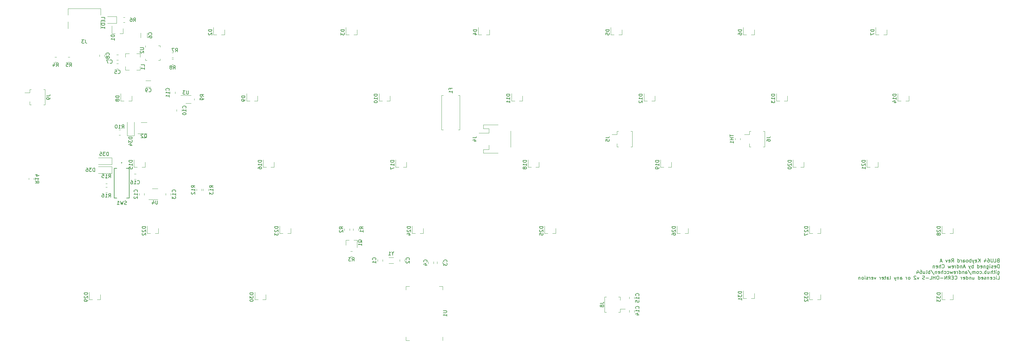
<source format=gbr>
%TF.GenerationSoftware,KiCad,Pcbnew,5.1.9*%
%TF.CreationDate,2021-02-24T13:07:44+00:00*%
%TF.ProjectId,keyboard,6b657962-6f61-4726-942e-6b696361645f,A*%
%TF.SameCoordinates,PX3072580PY3072580*%
%TF.FileFunction,Legend,Bot*%
%TF.FilePolarity,Positive*%
%FSLAX46Y46*%
G04 Gerber Fmt 4.6, Leading zero omitted, Abs format (unit mm)*
G04 Created by KiCad (PCBNEW 5.1.9) date 2021-02-24 13:07:44*
%MOMM*%
%LPD*%
G01*
G04 APERTURE LIST*
%ADD10C,0.150000*%
%ADD11C,0.120000*%
%ADD12C,0.127000*%
%ADD13C,0.200000*%
G04 APERTURE END LIST*
D10*
X281271071Y-71113571D02*
X281128214Y-71161190D01*
X281080595Y-71208809D01*
X281032976Y-71304047D01*
X281032976Y-71446904D01*
X281080595Y-71542142D01*
X281128214Y-71589761D01*
X281223452Y-71637380D01*
X281604404Y-71637380D01*
X281604404Y-70637380D01*
X281271071Y-70637380D01*
X281175833Y-70685000D01*
X281128214Y-70732619D01*
X281080595Y-70827857D01*
X281080595Y-70923095D01*
X281128214Y-71018333D01*
X281175833Y-71065952D01*
X281271071Y-71113571D01*
X281604404Y-71113571D01*
X280128214Y-71637380D02*
X280604404Y-71637380D01*
X280604404Y-70637380D01*
X279794880Y-70637380D02*
X279794880Y-71446904D01*
X279747261Y-71542142D01*
X279699642Y-71589761D01*
X279604404Y-71637380D01*
X279413928Y-71637380D01*
X279318690Y-71589761D01*
X279271071Y-71542142D01*
X279223452Y-71446904D01*
X279223452Y-70637380D01*
X278318690Y-70637380D02*
X278509166Y-70637380D01*
X278604404Y-70685000D01*
X278652023Y-70732619D01*
X278747261Y-70875476D01*
X278794880Y-71065952D01*
X278794880Y-71446904D01*
X278747261Y-71542142D01*
X278699642Y-71589761D01*
X278604404Y-71637380D01*
X278413928Y-71637380D01*
X278318690Y-71589761D01*
X278271071Y-71542142D01*
X278223452Y-71446904D01*
X278223452Y-71208809D01*
X278271071Y-71113571D01*
X278318690Y-71065952D01*
X278413928Y-71018333D01*
X278604404Y-71018333D01*
X278699642Y-71065952D01*
X278747261Y-71113571D01*
X278794880Y-71208809D01*
X277366309Y-70970714D02*
X277366309Y-71637380D01*
X277604404Y-70589761D02*
X277842500Y-71304047D01*
X277223452Y-71304047D01*
X276080595Y-71637380D02*
X276080595Y-70637380D01*
X275509166Y-71637380D02*
X275937738Y-71065952D01*
X275509166Y-70637380D02*
X276080595Y-71208809D01*
X274699642Y-71589761D02*
X274794880Y-71637380D01*
X274985357Y-71637380D01*
X275080595Y-71589761D01*
X275128214Y-71494523D01*
X275128214Y-71113571D01*
X275080595Y-71018333D01*
X274985357Y-70970714D01*
X274794880Y-70970714D01*
X274699642Y-71018333D01*
X274652023Y-71113571D01*
X274652023Y-71208809D01*
X275128214Y-71304047D01*
X274318690Y-70970714D02*
X274080595Y-71637380D01*
X273842500Y-70970714D02*
X274080595Y-71637380D01*
X274175833Y-71875476D01*
X274223452Y-71923095D01*
X274318690Y-71970714D01*
X273461547Y-71637380D02*
X273461547Y-70637380D01*
X273461547Y-71018333D02*
X273366309Y-70970714D01*
X273175833Y-70970714D01*
X273080595Y-71018333D01*
X273032976Y-71065952D01*
X272985357Y-71161190D01*
X272985357Y-71446904D01*
X273032976Y-71542142D01*
X273080595Y-71589761D01*
X273175833Y-71637380D01*
X273366309Y-71637380D01*
X273461547Y-71589761D01*
X272413928Y-71637380D02*
X272509166Y-71589761D01*
X272556785Y-71542142D01*
X272604404Y-71446904D01*
X272604404Y-71161190D01*
X272556785Y-71065952D01*
X272509166Y-71018333D01*
X272413928Y-70970714D01*
X272271071Y-70970714D01*
X272175833Y-71018333D01*
X272128214Y-71065952D01*
X272080595Y-71161190D01*
X272080595Y-71446904D01*
X272128214Y-71542142D01*
X272175833Y-71589761D01*
X272271071Y-71637380D01*
X272413928Y-71637380D01*
X271223452Y-71637380D02*
X271223452Y-71113571D01*
X271271071Y-71018333D01*
X271366309Y-70970714D01*
X271556785Y-70970714D01*
X271652023Y-71018333D01*
X271223452Y-71589761D02*
X271318690Y-71637380D01*
X271556785Y-71637380D01*
X271652023Y-71589761D01*
X271699642Y-71494523D01*
X271699642Y-71399285D01*
X271652023Y-71304047D01*
X271556785Y-71256428D01*
X271318690Y-71256428D01*
X271223452Y-71208809D01*
X270747261Y-71637380D02*
X270747261Y-70970714D01*
X270747261Y-71161190D02*
X270699642Y-71065952D01*
X270652023Y-71018333D01*
X270556785Y-70970714D01*
X270461547Y-70970714D01*
X269699642Y-71637380D02*
X269699642Y-70637380D01*
X269699642Y-71589761D02*
X269794880Y-71637380D01*
X269985357Y-71637380D01*
X270080595Y-71589761D01*
X270128214Y-71542142D01*
X270175833Y-71446904D01*
X270175833Y-71161190D01*
X270128214Y-71065952D01*
X270080595Y-71018333D01*
X269985357Y-70970714D01*
X269794880Y-70970714D01*
X269699642Y-71018333D01*
X267890119Y-71637380D02*
X268223452Y-71161190D01*
X268461547Y-71637380D02*
X268461547Y-70637380D01*
X268080595Y-70637380D01*
X267985357Y-70685000D01*
X267937738Y-70732619D01*
X267890119Y-70827857D01*
X267890119Y-70970714D01*
X267937738Y-71065952D01*
X267985357Y-71113571D01*
X268080595Y-71161190D01*
X268461547Y-71161190D01*
X267080595Y-71589761D02*
X267175833Y-71637380D01*
X267366309Y-71637380D01*
X267461547Y-71589761D01*
X267509166Y-71494523D01*
X267509166Y-71113571D01*
X267461547Y-71018333D01*
X267366309Y-70970714D01*
X267175833Y-70970714D01*
X267080595Y-71018333D01*
X267032976Y-71113571D01*
X267032976Y-71208809D01*
X267509166Y-71304047D01*
X266699642Y-70970714D02*
X266461547Y-71637380D01*
X266223452Y-70970714D01*
X265128214Y-71351666D02*
X264652023Y-71351666D01*
X265223452Y-71637380D02*
X264890119Y-70637380D01*
X264556785Y-71637380D01*
X281604404Y-73287380D02*
X281604404Y-72287380D01*
X281366309Y-72287380D01*
X281223452Y-72335000D01*
X281128214Y-72430238D01*
X281080595Y-72525476D01*
X281032976Y-72715952D01*
X281032976Y-72858809D01*
X281080595Y-73049285D01*
X281128214Y-73144523D01*
X281223452Y-73239761D01*
X281366309Y-73287380D01*
X281604404Y-73287380D01*
X280223452Y-73239761D02*
X280318690Y-73287380D01*
X280509166Y-73287380D01*
X280604404Y-73239761D01*
X280652023Y-73144523D01*
X280652023Y-72763571D01*
X280604404Y-72668333D01*
X280509166Y-72620714D01*
X280318690Y-72620714D01*
X280223452Y-72668333D01*
X280175833Y-72763571D01*
X280175833Y-72858809D01*
X280652023Y-72954047D01*
X279794880Y-73239761D02*
X279699642Y-73287380D01*
X279509166Y-73287380D01*
X279413928Y-73239761D01*
X279366309Y-73144523D01*
X279366309Y-73096904D01*
X279413928Y-73001666D01*
X279509166Y-72954047D01*
X279652023Y-72954047D01*
X279747261Y-72906428D01*
X279794880Y-72811190D01*
X279794880Y-72763571D01*
X279747261Y-72668333D01*
X279652023Y-72620714D01*
X279509166Y-72620714D01*
X279413928Y-72668333D01*
X278937738Y-73287380D02*
X278937738Y-72620714D01*
X278937738Y-72287380D02*
X278985357Y-72335000D01*
X278937738Y-72382619D01*
X278890119Y-72335000D01*
X278937738Y-72287380D01*
X278937738Y-72382619D01*
X278032976Y-72620714D02*
X278032976Y-73430238D01*
X278080595Y-73525476D01*
X278128214Y-73573095D01*
X278223452Y-73620714D01*
X278366309Y-73620714D01*
X278461547Y-73573095D01*
X278032976Y-73239761D02*
X278128214Y-73287380D01*
X278318690Y-73287380D01*
X278413928Y-73239761D01*
X278461547Y-73192142D01*
X278509166Y-73096904D01*
X278509166Y-72811190D01*
X278461547Y-72715952D01*
X278413928Y-72668333D01*
X278318690Y-72620714D01*
X278128214Y-72620714D01*
X278032976Y-72668333D01*
X277556785Y-72620714D02*
X277556785Y-73287380D01*
X277556785Y-72715952D02*
X277509166Y-72668333D01*
X277413928Y-72620714D01*
X277271071Y-72620714D01*
X277175833Y-72668333D01*
X277128214Y-72763571D01*
X277128214Y-73287380D01*
X276271071Y-73239761D02*
X276366309Y-73287380D01*
X276556785Y-73287380D01*
X276652023Y-73239761D01*
X276699642Y-73144523D01*
X276699642Y-72763571D01*
X276652023Y-72668333D01*
X276556785Y-72620714D01*
X276366309Y-72620714D01*
X276271071Y-72668333D01*
X276223452Y-72763571D01*
X276223452Y-72858809D01*
X276699642Y-72954047D01*
X275366309Y-73287380D02*
X275366309Y-72287380D01*
X275366309Y-73239761D02*
X275461547Y-73287380D01*
X275652023Y-73287380D01*
X275747261Y-73239761D01*
X275794880Y-73192142D01*
X275842500Y-73096904D01*
X275842500Y-72811190D01*
X275794880Y-72715952D01*
X275747261Y-72668333D01*
X275652023Y-72620714D01*
X275461547Y-72620714D01*
X275366309Y-72668333D01*
X274128214Y-73287380D02*
X274128214Y-72287380D01*
X274128214Y-72668333D02*
X274032976Y-72620714D01*
X273842500Y-72620714D01*
X273747261Y-72668333D01*
X273699642Y-72715952D01*
X273652023Y-72811190D01*
X273652023Y-73096904D01*
X273699642Y-73192142D01*
X273747261Y-73239761D01*
X273842500Y-73287380D01*
X274032976Y-73287380D01*
X274128214Y-73239761D01*
X273318690Y-72620714D02*
X273080595Y-73287380D01*
X272842500Y-72620714D02*
X273080595Y-73287380D01*
X273175833Y-73525476D01*
X273223452Y-73573095D01*
X273318690Y-73620714D01*
X271747261Y-73001666D02*
X271271071Y-73001666D01*
X271842500Y-73287380D02*
X271509166Y-72287380D01*
X271175833Y-73287380D01*
X270842500Y-72620714D02*
X270842500Y-73287380D01*
X270842500Y-72715952D02*
X270794880Y-72668333D01*
X270699642Y-72620714D01*
X270556785Y-72620714D01*
X270461547Y-72668333D01*
X270413928Y-72763571D01*
X270413928Y-73287380D01*
X269509166Y-73287380D02*
X269509166Y-72287380D01*
X269509166Y-73239761D02*
X269604404Y-73287380D01*
X269794880Y-73287380D01*
X269890119Y-73239761D01*
X269937738Y-73192142D01*
X269985357Y-73096904D01*
X269985357Y-72811190D01*
X269937738Y-72715952D01*
X269890119Y-72668333D01*
X269794880Y-72620714D01*
X269604404Y-72620714D01*
X269509166Y-72668333D01*
X269032976Y-73287380D02*
X269032976Y-72620714D01*
X269032976Y-72811190D02*
X268985357Y-72715952D01*
X268937738Y-72668333D01*
X268842500Y-72620714D01*
X268747261Y-72620714D01*
X268032976Y-73239761D02*
X268128214Y-73287380D01*
X268318690Y-73287380D01*
X268413928Y-73239761D01*
X268461547Y-73144523D01*
X268461547Y-72763571D01*
X268413928Y-72668333D01*
X268318690Y-72620714D01*
X268128214Y-72620714D01*
X268032976Y-72668333D01*
X267985357Y-72763571D01*
X267985357Y-72858809D01*
X268461547Y-72954047D01*
X267652023Y-72620714D02*
X267461547Y-73287380D01*
X267271071Y-72811190D01*
X267080595Y-73287380D01*
X266890119Y-72620714D01*
X265175833Y-73192142D02*
X265223452Y-73239761D01*
X265366309Y-73287380D01*
X265461547Y-73287380D01*
X265604404Y-73239761D01*
X265699642Y-73144523D01*
X265747261Y-73049285D01*
X265794880Y-72858809D01*
X265794880Y-72715952D01*
X265747261Y-72525476D01*
X265699642Y-72430238D01*
X265604404Y-72335000D01*
X265461547Y-72287380D01*
X265366309Y-72287380D01*
X265223452Y-72335000D01*
X265175833Y-72382619D01*
X264747261Y-73287380D02*
X264747261Y-72287380D01*
X264318690Y-73287380D02*
X264318690Y-72763571D01*
X264366309Y-72668333D01*
X264461547Y-72620714D01*
X264604404Y-72620714D01*
X264699642Y-72668333D01*
X264747261Y-72715952D01*
X263461547Y-73239761D02*
X263556785Y-73287380D01*
X263747261Y-73287380D01*
X263842500Y-73239761D01*
X263890119Y-73144523D01*
X263890119Y-72763571D01*
X263842500Y-72668333D01*
X263747261Y-72620714D01*
X263556785Y-72620714D01*
X263461547Y-72668333D01*
X263413928Y-72763571D01*
X263413928Y-72858809D01*
X263890119Y-72954047D01*
X262985357Y-72620714D02*
X262985357Y-73287380D01*
X262985357Y-72715952D02*
X262937738Y-72668333D01*
X262842500Y-72620714D01*
X262699642Y-72620714D01*
X262604404Y-72668333D01*
X262556785Y-72763571D01*
X262556785Y-73287380D01*
X281175833Y-74270714D02*
X281175833Y-75080238D01*
X281223452Y-75175476D01*
X281271071Y-75223095D01*
X281366309Y-75270714D01*
X281509166Y-75270714D01*
X281604404Y-75223095D01*
X281175833Y-74889761D02*
X281271071Y-74937380D01*
X281461547Y-74937380D01*
X281556785Y-74889761D01*
X281604404Y-74842142D01*
X281652023Y-74746904D01*
X281652023Y-74461190D01*
X281604404Y-74365952D01*
X281556785Y-74318333D01*
X281461547Y-74270714D01*
X281271071Y-74270714D01*
X281175833Y-74318333D01*
X280699642Y-74937380D02*
X280699642Y-74270714D01*
X280699642Y-73937380D02*
X280747261Y-73985000D01*
X280699642Y-74032619D01*
X280652023Y-73985000D01*
X280699642Y-73937380D01*
X280699642Y-74032619D01*
X280366309Y-74270714D02*
X279985357Y-74270714D01*
X280223452Y-73937380D02*
X280223452Y-74794523D01*
X280175833Y-74889761D01*
X280080595Y-74937380D01*
X279985357Y-74937380D01*
X279652023Y-74937380D02*
X279652023Y-73937380D01*
X279223452Y-74937380D02*
X279223452Y-74413571D01*
X279271071Y-74318333D01*
X279366309Y-74270714D01*
X279509166Y-74270714D01*
X279604404Y-74318333D01*
X279652023Y-74365952D01*
X278318690Y-74270714D02*
X278318690Y-74937380D01*
X278747261Y-74270714D02*
X278747261Y-74794523D01*
X278699642Y-74889761D01*
X278604404Y-74937380D01*
X278461547Y-74937380D01*
X278366309Y-74889761D01*
X278318690Y-74842142D01*
X277842500Y-74937380D02*
X277842500Y-73937380D01*
X277842500Y-74318333D02*
X277747261Y-74270714D01*
X277556785Y-74270714D01*
X277461547Y-74318333D01*
X277413928Y-74365952D01*
X277366309Y-74461190D01*
X277366309Y-74746904D01*
X277413928Y-74842142D01*
X277461547Y-74889761D01*
X277556785Y-74937380D01*
X277747261Y-74937380D01*
X277842500Y-74889761D01*
X276937738Y-74842142D02*
X276890119Y-74889761D01*
X276937738Y-74937380D01*
X276985357Y-74889761D01*
X276937738Y-74842142D01*
X276937738Y-74937380D01*
X276032976Y-74889761D02*
X276128214Y-74937380D01*
X276318690Y-74937380D01*
X276413928Y-74889761D01*
X276461547Y-74842142D01*
X276509166Y-74746904D01*
X276509166Y-74461190D01*
X276461547Y-74365952D01*
X276413928Y-74318333D01*
X276318690Y-74270714D01*
X276128214Y-74270714D01*
X276032976Y-74318333D01*
X275461547Y-74937380D02*
X275556785Y-74889761D01*
X275604404Y-74842142D01*
X275652023Y-74746904D01*
X275652023Y-74461190D01*
X275604404Y-74365952D01*
X275556785Y-74318333D01*
X275461547Y-74270714D01*
X275318690Y-74270714D01*
X275223452Y-74318333D01*
X275175833Y-74365952D01*
X275128214Y-74461190D01*
X275128214Y-74746904D01*
X275175833Y-74842142D01*
X275223452Y-74889761D01*
X275318690Y-74937380D01*
X275461547Y-74937380D01*
X274699642Y-74937380D02*
X274699642Y-74270714D01*
X274699642Y-74365952D02*
X274652023Y-74318333D01*
X274556785Y-74270714D01*
X274413928Y-74270714D01*
X274318690Y-74318333D01*
X274271071Y-74413571D01*
X274271071Y-74937380D01*
X274271071Y-74413571D02*
X274223452Y-74318333D01*
X274128214Y-74270714D01*
X273985357Y-74270714D01*
X273890119Y-74318333D01*
X273842500Y-74413571D01*
X273842500Y-74937380D01*
X272652023Y-73889761D02*
X273509166Y-75175476D01*
X271890119Y-74937380D02*
X271890119Y-74413571D01*
X271937738Y-74318333D01*
X272032976Y-74270714D01*
X272223452Y-74270714D01*
X272318690Y-74318333D01*
X271890119Y-74889761D02*
X271985357Y-74937380D01*
X272223452Y-74937380D01*
X272318690Y-74889761D01*
X272366309Y-74794523D01*
X272366309Y-74699285D01*
X272318690Y-74604047D01*
X272223452Y-74556428D01*
X271985357Y-74556428D01*
X271890119Y-74508809D01*
X271413928Y-74270714D02*
X271413928Y-74937380D01*
X271413928Y-74365952D02*
X271366309Y-74318333D01*
X271271071Y-74270714D01*
X271128214Y-74270714D01*
X271032976Y-74318333D01*
X270985357Y-74413571D01*
X270985357Y-74937380D01*
X270080595Y-74937380D02*
X270080595Y-73937380D01*
X270080595Y-74889761D02*
X270175833Y-74937380D01*
X270366309Y-74937380D01*
X270461547Y-74889761D01*
X270509166Y-74842142D01*
X270556785Y-74746904D01*
X270556785Y-74461190D01*
X270509166Y-74365952D01*
X270461547Y-74318333D01*
X270366309Y-74270714D01*
X270175833Y-74270714D01*
X270080595Y-74318333D01*
X269604404Y-74937380D02*
X269604404Y-74270714D01*
X269604404Y-74461190D02*
X269556785Y-74365952D01*
X269509166Y-74318333D01*
X269413928Y-74270714D01*
X269318690Y-74270714D01*
X268604404Y-74889761D02*
X268699642Y-74937380D01*
X268890119Y-74937380D01*
X268985357Y-74889761D01*
X269032976Y-74794523D01*
X269032976Y-74413571D01*
X268985357Y-74318333D01*
X268890119Y-74270714D01*
X268699642Y-74270714D01*
X268604404Y-74318333D01*
X268556785Y-74413571D01*
X268556785Y-74508809D01*
X269032976Y-74604047D01*
X268223452Y-74270714D02*
X268032976Y-74937380D01*
X267842500Y-74461190D01*
X267652023Y-74937380D01*
X267461547Y-74270714D01*
X266652023Y-74889761D02*
X266747261Y-74937380D01*
X266937738Y-74937380D01*
X267032976Y-74889761D01*
X267080595Y-74842142D01*
X267128214Y-74746904D01*
X267128214Y-74461190D01*
X267080595Y-74365952D01*
X267032976Y-74318333D01*
X266937738Y-74270714D01*
X266747261Y-74270714D01*
X266652023Y-74318333D01*
X265794880Y-74889761D02*
X265890119Y-74937380D01*
X266080595Y-74937380D01*
X266175833Y-74889761D01*
X266223452Y-74842142D01*
X266271071Y-74746904D01*
X266271071Y-74461190D01*
X266223452Y-74365952D01*
X266175833Y-74318333D01*
X266080595Y-74270714D01*
X265890119Y-74270714D01*
X265794880Y-74318333D01*
X265366309Y-74937380D02*
X265366309Y-73937380D01*
X264937738Y-74937380D02*
X264937738Y-74413571D01*
X264985357Y-74318333D01*
X265080595Y-74270714D01*
X265223452Y-74270714D01*
X265318690Y-74318333D01*
X265366309Y-74365952D01*
X264080595Y-74889761D02*
X264175833Y-74937380D01*
X264366309Y-74937380D01*
X264461547Y-74889761D01*
X264509166Y-74794523D01*
X264509166Y-74413571D01*
X264461547Y-74318333D01*
X264366309Y-74270714D01*
X264175833Y-74270714D01*
X264080595Y-74318333D01*
X264032976Y-74413571D01*
X264032976Y-74508809D01*
X264509166Y-74604047D01*
X263604404Y-74270714D02*
X263604404Y-74937380D01*
X263604404Y-74365952D02*
X263556785Y-74318333D01*
X263461547Y-74270714D01*
X263318690Y-74270714D01*
X263223452Y-74318333D01*
X263175833Y-74413571D01*
X263175833Y-74937380D01*
X261985357Y-73889761D02*
X262842500Y-75175476D01*
X261652023Y-74937380D02*
X261652023Y-73937380D01*
X261652023Y-74318333D02*
X261556785Y-74270714D01*
X261366309Y-74270714D01*
X261271071Y-74318333D01*
X261223452Y-74365952D01*
X261175833Y-74461190D01*
X261175833Y-74746904D01*
X261223452Y-74842142D01*
X261271071Y-74889761D01*
X261366309Y-74937380D01*
X261556785Y-74937380D01*
X261652023Y-74889761D01*
X260604404Y-74937380D02*
X260699642Y-74889761D01*
X260747261Y-74794523D01*
X260747261Y-73937380D01*
X259794880Y-74270714D02*
X259794880Y-74937380D01*
X260223452Y-74270714D02*
X260223452Y-74794523D01*
X260175833Y-74889761D01*
X260080595Y-74937380D01*
X259937738Y-74937380D01*
X259842500Y-74889761D01*
X259794880Y-74842142D01*
X258890119Y-73937380D02*
X259080595Y-73937380D01*
X259175833Y-73985000D01*
X259223452Y-74032619D01*
X259318690Y-74175476D01*
X259366309Y-74365952D01*
X259366309Y-74746904D01*
X259318690Y-74842142D01*
X259271071Y-74889761D01*
X259175833Y-74937380D01*
X258985357Y-74937380D01*
X258890119Y-74889761D01*
X258842500Y-74842142D01*
X258794880Y-74746904D01*
X258794880Y-74508809D01*
X258842500Y-74413571D01*
X258890119Y-74365952D01*
X258985357Y-74318333D01*
X259175833Y-74318333D01*
X259271071Y-74365952D01*
X259318690Y-74413571D01*
X259366309Y-74508809D01*
X257937738Y-74270714D02*
X257937738Y-74937380D01*
X258175833Y-73889761D02*
X258413928Y-74604047D01*
X257794880Y-74604047D01*
X281128214Y-76587380D02*
X281604404Y-76587380D01*
X281604404Y-75587380D01*
X280794880Y-76587380D02*
X280794880Y-75920714D01*
X280794880Y-75587380D02*
X280842500Y-75635000D01*
X280794880Y-75682619D01*
X280747261Y-75635000D01*
X280794880Y-75587380D01*
X280794880Y-75682619D01*
X279890119Y-76539761D02*
X279985357Y-76587380D01*
X280175833Y-76587380D01*
X280271071Y-76539761D01*
X280318690Y-76492142D01*
X280366309Y-76396904D01*
X280366309Y-76111190D01*
X280318690Y-76015952D01*
X280271071Y-75968333D01*
X280175833Y-75920714D01*
X279985357Y-75920714D01*
X279890119Y-75968333D01*
X279080595Y-76539761D02*
X279175833Y-76587380D01*
X279366309Y-76587380D01*
X279461547Y-76539761D01*
X279509166Y-76444523D01*
X279509166Y-76063571D01*
X279461547Y-75968333D01*
X279366309Y-75920714D01*
X279175833Y-75920714D01*
X279080595Y-75968333D01*
X279032976Y-76063571D01*
X279032976Y-76158809D01*
X279509166Y-76254047D01*
X278604404Y-75920714D02*
X278604404Y-76587380D01*
X278604404Y-76015952D02*
X278556785Y-75968333D01*
X278461547Y-75920714D01*
X278318690Y-75920714D01*
X278223452Y-75968333D01*
X278175833Y-76063571D01*
X278175833Y-76587380D01*
X277747261Y-76539761D02*
X277652023Y-76587380D01*
X277461547Y-76587380D01*
X277366309Y-76539761D01*
X277318690Y-76444523D01*
X277318690Y-76396904D01*
X277366309Y-76301666D01*
X277461547Y-76254047D01*
X277604404Y-76254047D01*
X277699642Y-76206428D01*
X277747261Y-76111190D01*
X277747261Y-76063571D01*
X277699642Y-75968333D01*
X277604404Y-75920714D01*
X277461547Y-75920714D01*
X277366309Y-75968333D01*
X276509166Y-76539761D02*
X276604404Y-76587380D01*
X276794880Y-76587380D01*
X276890119Y-76539761D01*
X276937738Y-76444523D01*
X276937738Y-76063571D01*
X276890119Y-75968333D01*
X276794880Y-75920714D01*
X276604404Y-75920714D01*
X276509166Y-75968333D01*
X276461547Y-76063571D01*
X276461547Y-76158809D01*
X276937738Y-76254047D01*
X275604404Y-76587380D02*
X275604404Y-75587380D01*
X275604404Y-76539761D02*
X275699642Y-76587380D01*
X275890119Y-76587380D01*
X275985357Y-76539761D01*
X276032976Y-76492142D01*
X276080595Y-76396904D01*
X276080595Y-76111190D01*
X276032976Y-76015952D01*
X275985357Y-75968333D01*
X275890119Y-75920714D01*
X275699642Y-75920714D01*
X275604404Y-75968333D01*
X273937738Y-75920714D02*
X273937738Y-76587380D01*
X274366309Y-75920714D02*
X274366309Y-76444523D01*
X274318690Y-76539761D01*
X274223452Y-76587380D01*
X274080595Y-76587380D01*
X273985357Y-76539761D01*
X273937738Y-76492142D01*
X273461547Y-75920714D02*
X273461547Y-76587380D01*
X273461547Y-76015952D02*
X273413928Y-75968333D01*
X273318690Y-75920714D01*
X273175833Y-75920714D01*
X273080595Y-75968333D01*
X273032976Y-76063571D01*
X273032976Y-76587380D01*
X272128214Y-76587380D02*
X272128214Y-75587380D01*
X272128214Y-76539761D02*
X272223452Y-76587380D01*
X272413928Y-76587380D01*
X272509166Y-76539761D01*
X272556785Y-76492142D01*
X272604404Y-76396904D01*
X272604404Y-76111190D01*
X272556785Y-76015952D01*
X272509166Y-75968333D01*
X272413928Y-75920714D01*
X272223452Y-75920714D01*
X272128214Y-75968333D01*
X271271071Y-76539761D02*
X271366309Y-76587380D01*
X271556785Y-76587380D01*
X271652023Y-76539761D01*
X271699642Y-76444523D01*
X271699642Y-76063571D01*
X271652023Y-75968333D01*
X271556785Y-75920714D01*
X271366309Y-75920714D01*
X271271071Y-75968333D01*
X271223452Y-76063571D01*
X271223452Y-76158809D01*
X271699642Y-76254047D01*
X270794880Y-76587380D02*
X270794880Y-75920714D01*
X270794880Y-76111190D02*
X270747261Y-76015952D01*
X270699642Y-75968333D01*
X270604404Y-75920714D01*
X270509166Y-75920714D01*
X268842500Y-76492142D02*
X268890119Y-76539761D01*
X269032976Y-76587380D01*
X269128214Y-76587380D01*
X269271071Y-76539761D01*
X269366309Y-76444523D01*
X269413928Y-76349285D01*
X269461547Y-76158809D01*
X269461547Y-76015952D01*
X269413928Y-75825476D01*
X269366309Y-75730238D01*
X269271071Y-75635000D01*
X269128214Y-75587380D01*
X269032976Y-75587380D01*
X268890119Y-75635000D01*
X268842500Y-75682619D01*
X268413928Y-76063571D02*
X268080595Y-76063571D01*
X267937738Y-76587380D02*
X268413928Y-76587380D01*
X268413928Y-75587380D01*
X267937738Y-75587380D01*
X266937738Y-76587380D02*
X267271071Y-76111190D01*
X267509166Y-76587380D02*
X267509166Y-75587380D01*
X267128214Y-75587380D01*
X267032976Y-75635000D01*
X266985357Y-75682619D01*
X266937738Y-75777857D01*
X266937738Y-75920714D01*
X266985357Y-76015952D01*
X267032976Y-76063571D01*
X267128214Y-76111190D01*
X267509166Y-76111190D01*
X266509166Y-76587380D02*
X266509166Y-75587380D01*
X265937738Y-76587380D01*
X265937738Y-75587380D01*
X265461547Y-76206428D02*
X264699642Y-76206428D01*
X264032976Y-75587380D02*
X263842500Y-75587380D01*
X263747261Y-75635000D01*
X263652023Y-75730238D01*
X263604404Y-75920714D01*
X263604404Y-76254047D01*
X263652023Y-76444523D01*
X263747261Y-76539761D01*
X263842500Y-76587380D01*
X264032976Y-76587380D01*
X264128214Y-76539761D01*
X264223452Y-76444523D01*
X264271071Y-76254047D01*
X264271071Y-75920714D01*
X264223452Y-75730238D01*
X264128214Y-75635000D01*
X264032976Y-75587380D01*
X263175833Y-76587380D02*
X263175833Y-75587380D01*
X263175833Y-76063571D02*
X262604404Y-76063571D01*
X262604404Y-76587380D02*
X262604404Y-75587380D01*
X261652023Y-76587380D02*
X262128214Y-76587380D01*
X262128214Y-75587380D01*
X261318690Y-76206428D02*
X260556785Y-76206428D01*
X260128214Y-76539761D02*
X259985357Y-76587380D01*
X259747261Y-76587380D01*
X259652023Y-76539761D01*
X259604404Y-76492142D01*
X259556785Y-76396904D01*
X259556785Y-76301666D01*
X259604404Y-76206428D01*
X259652023Y-76158809D01*
X259747261Y-76111190D01*
X259937738Y-76063571D01*
X260032976Y-76015952D01*
X260080595Y-75968333D01*
X260128214Y-75873095D01*
X260128214Y-75777857D01*
X260080595Y-75682619D01*
X260032976Y-75635000D01*
X259937738Y-75587380D01*
X259699642Y-75587380D01*
X259556785Y-75635000D01*
X258461547Y-75920714D02*
X258223452Y-76587380D01*
X257985357Y-75920714D01*
X257652023Y-75682619D02*
X257604404Y-75635000D01*
X257509166Y-75587380D01*
X257271071Y-75587380D01*
X257175833Y-75635000D01*
X257128214Y-75682619D01*
X257080595Y-75777857D01*
X257080595Y-75873095D01*
X257128214Y-76015952D01*
X257699642Y-76587380D01*
X257080595Y-76587380D01*
X255747261Y-76587380D02*
X255842500Y-76539761D01*
X255890119Y-76492142D01*
X255937738Y-76396904D01*
X255937738Y-76111190D01*
X255890119Y-76015952D01*
X255842500Y-75968333D01*
X255747261Y-75920714D01*
X255604404Y-75920714D01*
X255509166Y-75968333D01*
X255461547Y-76015952D01*
X255413928Y-76111190D01*
X255413928Y-76396904D01*
X255461547Y-76492142D01*
X255509166Y-76539761D01*
X255604404Y-76587380D01*
X255747261Y-76587380D01*
X254985357Y-76587380D02*
X254985357Y-75920714D01*
X254985357Y-76111190D02*
X254937738Y-76015952D01*
X254890119Y-75968333D01*
X254794880Y-75920714D01*
X254699642Y-75920714D01*
X253175833Y-76587380D02*
X253175833Y-76063571D01*
X253223452Y-75968333D01*
X253318690Y-75920714D01*
X253509166Y-75920714D01*
X253604404Y-75968333D01*
X253175833Y-76539761D02*
X253271071Y-76587380D01*
X253509166Y-76587380D01*
X253604404Y-76539761D01*
X253652023Y-76444523D01*
X253652023Y-76349285D01*
X253604404Y-76254047D01*
X253509166Y-76206428D01*
X253271071Y-76206428D01*
X253175833Y-76158809D01*
X252699642Y-75920714D02*
X252699642Y-76587380D01*
X252699642Y-76015952D02*
X252652023Y-75968333D01*
X252556785Y-75920714D01*
X252413928Y-75920714D01*
X252318690Y-75968333D01*
X252271071Y-76063571D01*
X252271071Y-76587380D01*
X251890119Y-75920714D02*
X251652023Y-76587380D01*
X251413928Y-75920714D02*
X251652023Y-76587380D01*
X251747261Y-76825476D01*
X251794880Y-76873095D01*
X251890119Y-76920714D01*
X250128214Y-76587380D02*
X250223452Y-76539761D01*
X250271071Y-76444523D01*
X250271071Y-75587380D01*
X249318690Y-76587380D02*
X249318690Y-76063571D01*
X249366309Y-75968333D01*
X249461547Y-75920714D01*
X249652023Y-75920714D01*
X249747261Y-75968333D01*
X249318690Y-76539761D02*
X249413928Y-76587380D01*
X249652023Y-76587380D01*
X249747261Y-76539761D01*
X249794880Y-76444523D01*
X249794880Y-76349285D01*
X249747261Y-76254047D01*
X249652023Y-76206428D01*
X249413928Y-76206428D01*
X249318690Y-76158809D01*
X248985357Y-75920714D02*
X248604404Y-75920714D01*
X248842500Y-75587380D02*
X248842500Y-76444523D01*
X248794880Y-76539761D01*
X248699642Y-76587380D01*
X248604404Y-76587380D01*
X247890119Y-76539761D02*
X247985357Y-76587380D01*
X248175833Y-76587380D01*
X248271071Y-76539761D01*
X248318690Y-76444523D01*
X248318690Y-76063571D01*
X248271071Y-75968333D01*
X248175833Y-75920714D01*
X247985357Y-75920714D01*
X247890119Y-75968333D01*
X247842500Y-76063571D01*
X247842500Y-76158809D01*
X248318690Y-76254047D01*
X247413928Y-76587380D02*
X247413928Y-75920714D01*
X247413928Y-76111190D02*
X247366309Y-76015952D01*
X247318690Y-75968333D01*
X247223452Y-75920714D01*
X247128214Y-75920714D01*
X246128214Y-75920714D02*
X245890119Y-76587380D01*
X245652023Y-75920714D01*
X244890119Y-76539761D02*
X244985357Y-76587380D01*
X245175833Y-76587380D01*
X245271071Y-76539761D01*
X245318690Y-76444523D01*
X245318690Y-76063571D01*
X245271071Y-75968333D01*
X245175833Y-75920714D01*
X244985357Y-75920714D01*
X244890119Y-75968333D01*
X244842500Y-76063571D01*
X244842500Y-76158809D01*
X245318690Y-76254047D01*
X244413928Y-76587380D02*
X244413928Y-75920714D01*
X244413928Y-76111190D02*
X244366309Y-76015952D01*
X244318690Y-75968333D01*
X244223452Y-75920714D01*
X244128214Y-75920714D01*
X243842500Y-76539761D02*
X243747261Y-76587380D01*
X243556785Y-76587380D01*
X243461547Y-76539761D01*
X243413928Y-76444523D01*
X243413928Y-76396904D01*
X243461547Y-76301666D01*
X243556785Y-76254047D01*
X243699642Y-76254047D01*
X243794880Y-76206428D01*
X243842500Y-76111190D01*
X243842500Y-76063571D01*
X243794880Y-75968333D01*
X243699642Y-75920714D01*
X243556785Y-75920714D01*
X243461547Y-75968333D01*
X242985357Y-76587380D02*
X242985357Y-75920714D01*
X242985357Y-75587380D02*
X243032976Y-75635000D01*
X242985357Y-75682619D01*
X242937738Y-75635000D01*
X242985357Y-75587380D01*
X242985357Y-75682619D01*
X242366309Y-76587380D02*
X242461547Y-76539761D01*
X242509166Y-76492142D01*
X242556785Y-76396904D01*
X242556785Y-76111190D01*
X242509166Y-76015952D01*
X242461547Y-75968333D01*
X242366309Y-75920714D01*
X242223452Y-75920714D01*
X242128214Y-75968333D01*
X242080595Y-76015952D01*
X242032976Y-76111190D01*
X242032976Y-76396904D01*
X242080595Y-76492142D01*
X242128214Y-76539761D01*
X242223452Y-76587380D01*
X242366309Y-76587380D01*
X241604404Y-75920714D02*
X241604404Y-76587380D01*
X241604404Y-76015952D02*
X241556785Y-75968333D01*
X241461547Y-75920714D01*
X241318690Y-75920714D01*
X241223452Y-75968333D01*
X241175833Y-76063571D01*
X241175833Y-76587380D01*
D11*
%TO.C,R15*%
X24537936Y-48995000D02*
X24992064Y-48995000D01*
X24537936Y-47525000D02*
X24992064Y-47525000D01*
%TO.C,R16*%
X24537936Y-51535000D02*
X24992064Y-51535000D01*
X24537936Y-50065000D02*
X24992064Y-50065000D01*
%TO.C,D36*%
X26380000Y-44085000D02*
X26380000Y-46085000D01*
X26380000Y-46085000D02*
X22480000Y-46085000D01*
X26380000Y-44085000D02*
X22480000Y-44085000D01*
%TO.C,D35*%
X26380000Y-41545000D02*
X26380000Y-43545000D01*
X26380000Y-43545000D02*
X22480000Y-43545000D01*
X26380000Y-41545000D02*
X22480000Y-41545000D01*
%TO.C,C16*%
X32758748Y-47725000D02*
X33281252Y-47725000D01*
X32758748Y-46255000D02*
X33281252Y-46255000D01*
%TO.C,J9*%
X7155000Y-26365000D02*
X6705000Y-26365000D01*
X7155000Y-21895000D02*
X7155000Y-26365000D01*
X6705000Y-21895000D02*
X7155000Y-21895000D01*
X2735000Y-26365000D02*
X2735000Y-25415000D01*
X3185000Y-26365000D02*
X2735000Y-26365000D01*
X2735000Y-22845000D02*
X1245000Y-22845000D01*
X2735000Y-21895000D02*
X2735000Y-22845000D01*
X3185000Y-21895000D02*
X2735000Y-21895000D01*
%TO.C,R14*%
X2440000Y-47852064D02*
X2440000Y-47397936D01*
X3910000Y-47852064D02*
X3910000Y-47397936D01*
%TO.C,C10*%
X46455000Y-27678748D02*
X46455000Y-28201252D01*
X44985000Y-27678748D02*
X44985000Y-28201252D01*
%TO.C,C15*%
X176630000Y-81648748D02*
X176630000Y-82171252D01*
X175160000Y-81648748D02*
X175160000Y-82171252D01*
%TO.C,C14*%
X176630000Y-85463748D02*
X176630000Y-85986252D01*
X175160000Y-85463748D02*
X175160000Y-85986252D01*
%TO.C,J8*%
X168105000Y-81585000D02*
X168555000Y-81585000D01*
X168105000Y-86055000D02*
X168105000Y-81585000D01*
X168555000Y-86055000D02*
X168105000Y-86055000D01*
X172525000Y-81585000D02*
X172525000Y-82535000D01*
X172075000Y-81585000D02*
X172525000Y-81585000D01*
X172525000Y-85105000D02*
X174015000Y-85105000D01*
X172525000Y-86055000D02*
X172525000Y-85105000D01*
X172075000Y-86055000D02*
X172525000Y-86055000D01*
%TO.C,R13*%
X54075000Y-51027064D02*
X54075000Y-50572936D01*
X52605000Y-51027064D02*
X52605000Y-50572936D01*
%TO.C,R12*%
X52170000Y-51027064D02*
X52170000Y-50572936D01*
X50700000Y-51027064D02*
X50700000Y-50572936D01*
%TO.C,R10*%
X28802064Y-35025000D02*
X28347936Y-35025000D01*
X28802064Y-33555000D02*
X28347936Y-33555000D01*
%TO.C,C9*%
X36118748Y-19410000D02*
X37541252Y-19410000D01*
X36118748Y-21230000D02*
X37541252Y-21230000D01*
%TO.C,C6*%
X34650000Y-7061252D02*
X34650000Y-5638748D01*
X36470000Y-7061252D02*
X36470000Y-5638748D01*
%TO.C,U4*%
X38735000Y-53630000D02*
X36935000Y-53630000D01*
X38735000Y-53630000D02*
X39535000Y-53630000D01*
X38735000Y-50510000D02*
X37935000Y-50510000D01*
X38735000Y-50510000D02*
X39535000Y-50510000D01*
%TO.C,U3*%
X46125000Y-23655000D02*
X49125000Y-23655000D01*
X47625000Y-25875000D02*
X49125000Y-25875000D01*
%TO.C,U2*%
X35990000Y-9770000D02*
X35990000Y-9320000D01*
X40210000Y-13540000D02*
X39760000Y-13540000D01*
X40210000Y-13090000D02*
X40210000Y-13540000D01*
X40210000Y-9320000D02*
X39760000Y-9320000D01*
X40210000Y-9770000D02*
X40210000Y-9320000D01*
X35990000Y-13540000D02*
X36440000Y-13540000D01*
X35990000Y-13090000D02*
X35990000Y-13540000D01*
%TO.C,TH1*%
X207110000Y-35967936D02*
X207110000Y-36422064D01*
X205640000Y-35967936D02*
X205640000Y-36422064D01*
D12*
%TO.C,SW1*%
X30510000Y-44595000D02*
X31360000Y-44595000D01*
X31360000Y-44595000D02*
X31360000Y-53195000D01*
X31360000Y-53195000D02*
X30610000Y-53195000D01*
X27810000Y-53195000D02*
X27060000Y-53195000D01*
X27060000Y-53195000D02*
X27060000Y-44595000D01*
X27060000Y-44595000D02*
X27810000Y-44595000D01*
D13*
X29260000Y-43045000D02*
G75*
G03*
X29260000Y-43045000I-100000J0D01*
G01*
D11*
%TO.C,R9*%
X50065000Y-24992064D02*
X50065000Y-24537936D01*
X51535000Y-24992064D02*
X51535000Y-24537936D01*
%TO.C,R8*%
X43587936Y-13235000D02*
X44042064Y-13235000D01*
X43587936Y-14705000D02*
X44042064Y-14705000D01*
%TO.C,R7*%
X44042064Y-12800000D02*
X43587936Y-12800000D01*
X44042064Y-11330000D02*
X43587936Y-11330000D01*
%TO.C,R6*%
X30072064Y-2640000D02*
X29617936Y-2640000D01*
X30072064Y-1170000D02*
X29617936Y-1170000D01*
%TO.C,R5*%
X13742936Y-12600000D02*
X14197064Y-12600000D01*
X13742936Y-14070000D02*
X14197064Y-14070000D01*
%TO.C,R3*%
X95477064Y-69950000D02*
X95022936Y-69950000D01*
X95477064Y-68480000D02*
X95022936Y-68480000D01*
%TO.C,Q2*%
X36410000Y-31420000D02*
X34710000Y-31420000D01*
X36410000Y-34620000D02*
X33810000Y-34620000D01*
%TO.C,LED1*%
X27720000Y-2865000D02*
X25035000Y-2865000D01*
X27720000Y-945000D02*
X27720000Y-2865000D01*
X25035000Y-945000D02*
X27720000Y-945000D01*
%TO.C,L1*%
X34495000Y-11585000D02*
X34495000Y-12610000D01*
X34495000Y-16355000D02*
X34495000Y-15330000D01*
X34495000Y-11585000D02*
X33470000Y-11585000D01*
X34495000Y-16355000D02*
X33470000Y-16355000D01*
X30275000Y-16355000D02*
X31300000Y-16355000D01*
X30275000Y-16355000D02*
X30275000Y-15330000D01*
X30275000Y-11585000D02*
X30275000Y-12610000D01*
X30275000Y-11585000D02*
X31300000Y-11585000D01*
%TO.C,J6*%
X214165000Y-38430000D02*
X213715000Y-38430000D01*
X214165000Y-33960000D02*
X214165000Y-38430000D01*
X213715000Y-33960000D02*
X214165000Y-33960000D01*
X209745000Y-38430000D02*
X209745000Y-37480000D01*
X210195000Y-38430000D02*
X209745000Y-38430000D01*
X209745000Y-34910000D02*
X208255000Y-34910000D01*
X209745000Y-33960000D02*
X209745000Y-34910000D01*
X210195000Y-33960000D02*
X209745000Y-33960000D01*
%TO.C,F1*%
X121200000Y-23600000D02*
X121660000Y-23600000D01*
X121200000Y-23600000D02*
X121200000Y-33550000D01*
X121200000Y-33550000D02*
X121660000Y-33550000D01*
X125990000Y-23600000D02*
X126450000Y-23600000D01*
X126450000Y-23600000D02*
X126450000Y-33550000D01*
X126450000Y-33550000D02*
X125990000Y-33550000D01*
%TO.C,D34*%
X32750000Y-35270000D02*
X32750000Y-31370000D01*
X30750000Y-35270000D02*
X30750000Y-31370000D01*
X32750000Y-35270000D02*
X30750000Y-35270000D01*
%TO.C,D31*%
X211130000Y-82040000D02*
X211130000Y-80580000D01*
X207970000Y-82040000D02*
X207970000Y-79880000D01*
X207970000Y-82040000D02*
X208900000Y-82040000D01*
X211130000Y-82040000D02*
X210200000Y-82040000D01*
%TO.C,C13*%
X41810000Y-52331252D02*
X41810000Y-51808748D01*
X43280000Y-52331252D02*
X43280000Y-51808748D01*
%TO.C,C12*%
X35660000Y-52331252D02*
X35660000Y-51808748D01*
X34190000Y-52331252D02*
X34190000Y-51808748D01*
%TO.C,C11*%
X44550000Y-22598748D02*
X44550000Y-23121252D01*
X43080000Y-22598748D02*
X43080000Y-23121252D01*
%TO.C,C8*%
X22760000Y-12453252D02*
X22760000Y-11930748D01*
X24230000Y-12453252D02*
X24230000Y-11930748D01*
%TO.C,C7*%
X28201252Y-13435000D02*
X27678748Y-13435000D01*
X28201252Y-11965000D02*
X27678748Y-11965000D01*
%TO.C,C5*%
X27678748Y-14505000D02*
X28201252Y-14505000D01*
X27678748Y-15975000D02*
X28201252Y-15975000D01*
%TO.C,J3*%
X13715000Y1360000D02*
X23115000Y1360000D01*
X23115000Y-4440000D02*
X23115000Y-2440000D01*
X23115000Y-540000D02*
X23115000Y1360000D01*
X13715000Y-4440000D02*
X13715000Y-2440000D01*
X13715000Y-540000D02*
X13715000Y1360000D01*
%TO.C,Q1*%
X93670000Y-65280000D02*
X94600000Y-65280000D01*
X96830000Y-65280000D02*
X95900000Y-65280000D01*
X96830000Y-65280000D02*
X96830000Y-67440000D01*
X93670000Y-65280000D02*
X93670000Y-66740000D01*
%TO.C,J5*%
X176065000Y-38430000D02*
X175615000Y-38430000D01*
X176065000Y-33960000D02*
X176065000Y-38430000D01*
X175615000Y-33960000D02*
X176065000Y-33960000D01*
X171645000Y-38430000D02*
X171645000Y-37480000D01*
X172095000Y-38430000D02*
X171645000Y-38430000D01*
X171645000Y-34910000D02*
X170155000Y-34910000D01*
X171645000Y-33960000D02*
X171645000Y-34910000D01*
X172095000Y-33960000D02*
X171645000Y-33960000D01*
%TO.C,J4*%
X141035000Y-33855000D02*
X141035000Y-38535000D01*
X134815000Y-39235000D02*
X134815000Y-37955000D01*
X133215000Y-39235000D02*
X134815000Y-39235000D01*
X133215000Y-40255000D02*
X133215000Y-39235000D01*
X137465000Y-40255000D02*
X133215000Y-40255000D01*
X134815000Y-34435000D02*
X131925000Y-34435000D01*
X134815000Y-33155000D02*
X134815000Y-34435000D01*
X133215000Y-33155000D02*
X134815000Y-33155000D01*
X133215000Y-32135000D02*
X133215000Y-33155000D01*
X137465000Y-32135000D02*
X133215000Y-32135000D01*
%TO.C,Y1*%
X107355000Y-71995000D02*
X106005000Y-71995000D01*
X107355000Y-70245000D02*
X106005000Y-70245000D01*
%TO.C,R2*%
X93245000Y-62002936D02*
X93245000Y-62457064D01*
X94715000Y-62002936D02*
X94715000Y-62457064D01*
%TO.C,R1*%
X97255000Y-62457064D02*
X97255000Y-62002936D01*
X95785000Y-62457064D02*
X95785000Y-62002936D01*
%TO.C,R4*%
X10387064Y-12600000D02*
X9932936Y-12600000D01*
X10387064Y-14070000D02*
X9932936Y-14070000D01*
%TO.C,C4*%
X118845000Y-72016252D02*
X118845000Y-71493748D01*
X117375000Y-72016252D02*
X117375000Y-71493748D01*
%TO.C,C3*%
X121385000Y-72016252D02*
X121385000Y-71493748D01*
X119915000Y-72016252D02*
X119915000Y-71493748D01*
%TO.C,C2*%
X109120000Y-70858748D02*
X109120000Y-71381252D01*
X110590000Y-70858748D02*
X110590000Y-71381252D01*
%TO.C,C1*%
X104240000Y-71381252D02*
X104240000Y-70858748D01*
X102770000Y-71381252D02*
X102770000Y-70858748D01*
%TO.C,D1*%
X29520000Y-5840000D02*
X28590000Y-5840000D01*
X26360000Y-5840000D02*
X27290000Y-5840000D01*
X26360000Y-5840000D02*
X26360000Y-3680000D01*
X29520000Y-5840000D02*
X29520000Y-4380000D01*
%TO.C,U1*%
X121505000Y-94160000D02*
X121505000Y-93160000D01*
X110905000Y-94160000D02*
X111905000Y-94160000D01*
X110905000Y-94160000D02*
X110905000Y-93160000D01*
X110905000Y-79560000D02*
X110905000Y-78560000D01*
X110905000Y-78560000D02*
X111905000Y-78560000D01*
X121505000Y-79560000D02*
X121505000Y-78560000D01*
X121505000Y-78560000D02*
X120505000Y-78560000D01*
%TO.C,D33*%
X268295000Y-82405000D02*
X267365000Y-82405000D01*
X265135000Y-82405000D02*
X266065000Y-82405000D01*
X265135000Y-82405000D02*
X265135000Y-80245000D01*
X268295000Y-82405000D02*
X268295000Y-80945000D01*
%TO.C,D32*%
X230195000Y-82405000D02*
X229265000Y-82405000D01*
X227035000Y-82405000D02*
X227965000Y-82405000D01*
X227035000Y-82405000D02*
X227035000Y-80245000D01*
X230195000Y-82405000D02*
X230195000Y-80945000D01*
%TO.C,D30*%
X70651250Y-82405000D02*
X69721250Y-82405000D01*
X67491250Y-82405000D02*
X68421250Y-82405000D01*
X67491250Y-82405000D02*
X67491250Y-80245000D01*
X70651250Y-82405000D02*
X70651250Y-80945000D01*
%TO.C,D29*%
X23026250Y-82405000D02*
X22096250Y-82405000D01*
X19866250Y-82405000D02*
X20796250Y-82405000D01*
X19866250Y-82405000D02*
X19866250Y-80245000D01*
X23026250Y-82405000D02*
X23026250Y-80945000D01*
%TO.C,D28*%
X268295000Y-63355000D02*
X267365000Y-63355000D01*
X265135000Y-63355000D02*
X266065000Y-63355000D01*
X265135000Y-63355000D02*
X265135000Y-61195000D01*
X268295000Y-63355000D02*
X268295000Y-61895000D01*
%TO.C,D27*%
X230195000Y-63355000D02*
X229265000Y-63355000D01*
X227035000Y-63355000D02*
X227965000Y-63355000D01*
X227035000Y-63355000D02*
X227035000Y-61195000D01*
X230195000Y-63355000D02*
X230195000Y-61895000D01*
%TO.C,D26*%
X192095000Y-63355000D02*
X191165000Y-63355000D01*
X188935000Y-63355000D02*
X189865000Y-63355000D01*
X188935000Y-63355000D02*
X188935000Y-61195000D01*
X192095000Y-63355000D02*
X192095000Y-61895000D01*
%TO.C,D25*%
X153995000Y-63355000D02*
X153065000Y-63355000D01*
X150835000Y-63355000D02*
X151765000Y-63355000D01*
X150835000Y-63355000D02*
X150835000Y-61195000D01*
X153995000Y-63355000D02*
X153995000Y-61895000D01*
%TO.C,D24*%
X115895000Y-63355000D02*
X114965000Y-63355000D01*
X112735000Y-63355000D02*
X113665000Y-63355000D01*
X112735000Y-63355000D02*
X112735000Y-61195000D01*
X115895000Y-63355000D02*
X115895000Y-61895000D01*
%TO.C,D23*%
X77795000Y-63355000D02*
X76865000Y-63355000D01*
X74635000Y-63355000D02*
X75565000Y-63355000D01*
X74635000Y-63355000D02*
X74635000Y-61195000D01*
X77795000Y-63355000D02*
X77795000Y-61895000D01*
%TO.C,D22*%
X39680000Y-63355000D02*
X38750000Y-63355000D01*
X36520000Y-63355000D02*
X37450000Y-63355000D01*
X36520000Y-63355000D02*
X36520000Y-61195000D01*
X39680000Y-63355000D02*
X39680000Y-61895000D01*
%TO.C,D21*%
X246690000Y-44305000D02*
X245760000Y-44305000D01*
X243530000Y-44305000D02*
X244460000Y-44305000D01*
X243530000Y-44305000D02*
X243530000Y-42145000D01*
X246690000Y-44305000D02*
X246690000Y-42845000D01*
%TO.C,D20*%
X225432500Y-44305000D02*
X224502500Y-44305000D01*
X222272500Y-44305000D02*
X223202500Y-44305000D01*
X222272500Y-44305000D02*
X222272500Y-42145000D01*
X225432500Y-44305000D02*
X225432500Y-42845000D01*
%TO.C,D19*%
X187332500Y-44305000D02*
X186402500Y-44305000D01*
X184172500Y-44305000D02*
X185102500Y-44305000D01*
X184172500Y-44305000D02*
X184172500Y-42145000D01*
X187332500Y-44305000D02*
X187332500Y-42845000D01*
%TO.C,D18*%
X149232500Y-44305000D02*
X148302500Y-44305000D01*
X146072500Y-44305000D02*
X147002500Y-44305000D01*
X146072500Y-44305000D02*
X146072500Y-42145000D01*
X149232500Y-44305000D02*
X149232500Y-42845000D01*
%TO.C,D17*%
X111132500Y-44305000D02*
X110202500Y-44305000D01*
X107972500Y-44305000D02*
X108902500Y-44305000D01*
X107972500Y-44305000D02*
X107972500Y-42145000D01*
X111132500Y-44305000D02*
X111132500Y-42845000D01*
%TO.C,D16*%
X73032500Y-44305000D02*
X72102500Y-44305000D01*
X69872500Y-44305000D02*
X70802500Y-44305000D01*
X69872500Y-44305000D02*
X69872500Y-42145000D01*
X73032500Y-44305000D02*
X73032500Y-42845000D01*
%TO.C,D15*%
X35870000Y-44305000D02*
X34940000Y-44305000D01*
X32710000Y-44305000D02*
X33640000Y-44305000D01*
X32710000Y-44305000D02*
X32710000Y-42145000D01*
X35870000Y-44305000D02*
X35870000Y-42845000D01*
%TO.C,D14*%
X255580000Y-25255000D02*
X254650000Y-25255000D01*
X252420000Y-25255000D02*
X253350000Y-25255000D01*
X252420000Y-25255000D02*
X252420000Y-23095000D01*
X255580000Y-25255000D02*
X255580000Y-23795000D01*
%TO.C,D13*%
X220670000Y-25255000D02*
X219740000Y-25255000D01*
X217510000Y-25255000D02*
X218440000Y-25255000D01*
X217510000Y-25255000D02*
X217510000Y-23095000D01*
X220670000Y-25255000D02*
X220670000Y-23795000D01*
%TO.C,D12*%
X182570000Y-25255000D02*
X181640000Y-25255000D01*
X179410000Y-25255000D02*
X180340000Y-25255000D01*
X179410000Y-25255000D02*
X179410000Y-23095000D01*
X182570000Y-25255000D02*
X182570000Y-23795000D01*
%TO.C,D11*%
X144470000Y-25255000D02*
X143540000Y-25255000D01*
X141310000Y-25255000D02*
X142240000Y-25255000D01*
X141310000Y-25255000D02*
X141310000Y-23095000D01*
X144470000Y-25255000D02*
X144470000Y-23795000D01*
%TO.C,D10*%
X106370000Y-25255000D02*
X105440000Y-25255000D01*
X103210000Y-25255000D02*
X104140000Y-25255000D01*
X103210000Y-25255000D02*
X103210000Y-23095000D01*
X106370000Y-25255000D02*
X106370000Y-23795000D01*
%TO.C,D9*%
X68270000Y-25255000D02*
X67340000Y-25255000D01*
X65110000Y-25255000D02*
X66040000Y-25255000D01*
X65110000Y-25255000D02*
X65110000Y-23095000D01*
X68270000Y-25255000D02*
X68270000Y-23795000D01*
%TO.C,D8*%
X32060000Y-25255000D02*
X31130000Y-25255000D01*
X28900000Y-25255000D02*
X29830000Y-25255000D01*
X28900000Y-25255000D02*
X28900000Y-23095000D01*
X32060000Y-25255000D02*
X32060000Y-23795000D01*
%TO.C,D7*%
X249245000Y-6205000D02*
X248315000Y-6205000D01*
X246085000Y-6205000D02*
X247015000Y-6205000D01*
X246085000Y-6205000D02*
X246085000Y-4045000D01*
X249245000Y-6205000D02*
X249245000Y-4745000D01*
%TO.C,D6*%
X211145000Y-6205000D02*
X210215000Y-6205000D01*
X207985000Y-6205000D02*
X208915000Y-6205000D01*
X207985000Y-6205000D02*
X207985000Y-4045000D01*
X211145000Y-6205000D02*
X211145000Y-4745000D01*
%TO.C,D5*%
X173045000Y-6205000D02*
X172115000Y-6205000D01*
X169885000Y-6205000D02*
X170815000Y-6205000D01*
X169885000Y-6205000D02*
X169885000Y-4045000D01*
X173045000Y-6205000D02*
X173045000Y-4745000D01*
%TO.C,D4*%
X134945000Y-6205000D02*
X134015000Y-6205000D01*
X131785000Y-6205000D02*
X132715000Y-6205000D01*
X131785000Y-6205000D02*
X131785000Y-4045000D01*
X134945000Y-6205000D02*
X134945000Y-4745000D01*
%TO.C,D3*%
X96845000Y-6205000D02*
X95915000Y-6205000D01*
X93685000Y-6205000D02*
X94615000Y-6205000D01*
X93685000Y-6205000D02*
X93685000Y-4045000D01*
X96845000Y-6205000D02*
X96845000Y-4745000D01*
%TO.C,D2*%
X58745000Y-6205000D02*
X57815000Y-6205000D01*
X55585000Y-6205000D02*
X56515000Y-6205000D01*
X55585000Y-6205000D02*
X55585000Y-4045000D01*
X58745000Y-6205000D02*
X58745000Y-4745000D01*
%TO.C,R15*%
D10*
X25407857Y-47315380D02*
X25741190Y-46839190D01*
X25979285Y-47315380D02*
X25979285Y-46315380D01*
X25598333Y-46315380D01*
X25503095Y-46363000D01*
X25455476Y-46410619D01*
X25407857Y-46505857D01*
X25407857Y-46648714D01*
X25455476Y-46743952D01*
X25503095Y-46791571D01*
X25598333Y-46839190D01*
X25979285Y-46839190D01*
X24455476Y-47315380D02*
X25026904Y-47315380D01*
X24741190Y-47315380D02*
X24741190Y-46315380D01*
X24836428Y-46458238D01*
X24931666Y-46553476D01*
X25026904Y-46601095D01*
X23550714Y-46315380D02*
X24026904Y-46315380D01*
X24074523Y-46791571D01*
X24026904Y-46743952D01*
X23931666Y-46696333D01*
X23693571Y-46696333D01*
X23598333Y-46743952D01*
X23550714Y-46791571D01*
X23503095Y-46886809D01*
X23503095Y-47124904D01*
X23550714Y-47220142D01*
X23598333Y-47267761D01*
X23693571Y-47315380D01*
X23931666Y-47315380D01*
X24026904Y-47267761D01*
X24074523Y-47220142D01*
%TO.C,R16*%
X25407857Y-52903380D02*
X25741190Y-52427190D01*
X25979285Y-52903380D02*
X25979285Y-51903380D01*
X25598333Y-51903380D01*
X25503095Y-51951000D01*
X25455476Y-51998619D01*
X25407857Y-52093857D01*
X25407857Y-52236714D01*
X25455476Y-52331952D01*
X25503095Y-52379571D01*
X25598333Y-52427190D01*
X25979285Y-52427190D01*
X24455476Y-52903380D02*
X25026904Y-52903380D01*
X24741190Y-52903380D02*
X24741190Y-51903380D01*
X24836428Y-52046238D01*
X24931666Y-52141476D01*
X25026904Y-52189095D01*
X23598333Y-51903380D02*
X23788809Y-51903380D01*
X23884047Y-51951000D01*
X23931666Y-51998619D01*
X24026904Y-52141476D01*
X24074523Y-52331952D01*
X24074523Y-52712904D01*
X24026904Y-52808142D01*
X23979285Y-52855761D01*
X23884047Y-52903380D01*
X23693571Y-52903380D01*
X23598333Y-52855761D01*
X23550714Y-52808142D01*
X23503095Y-52712904D01*
X23503095Y-52474809D01*
X23550714Y-52379571D01*
X23598333Y-52331952D01*
X23693571Y-52284333D01*
X23884047Y-52284333D01*
X23979285Y-52331952D01*
X24026904Y-52379571D01*
X24074523Y-52474809D01*
%TO.C,D36*%
X21407285Y-45537380D02*
X21407285Y-44537380D01*
X21169190Y-44537380D01*
X21026333Y-44585000D01*
X20931095Y-44680238D01*
X20883476Y-44775476D01*
X20835857Y-44965952D01*
X20835857Y-45108809D01*
X20883476Y-45299285D01*
X20931095Y-45394523D01*
X21026333Y-45489761D01*
X21169190Y-45537380D01*
X21407285Y-45537380D01*
X20502523Y-44537380D02*
X19883476Y-44537380D01*
X20216809Y-44918333D01*
X20073952Y-44918333D01*
X19978714Y-44965952D01*
X19931095Y-45013571D01*
X19883476Y-45108809D01*
X19883476Y-45346904D01*
X19931095Y-45442142D01*
X19978714Y-45489761D01*
X20073952Y-45537380D01*
X20359666Y-45537380D01*
X20454904Y-45489761D01*
X20502523Y-45442142D01*
X19026333Y-44537380D02*
X19216809Y-44537380D01*
X19312047Y-44585000D01*
X19359666Y-44632619D01*
X19454904Y-44775476D01*
X19502523Y-44965952D01*
X19502523Y-45346904D01*
X19454904Y-45442142D01*
X19407285Y-45489761D01*
X19312047Y-45537380D01*
X19121571Y-45537380D01*
X19026333Y-45489761D01*
X18978714Y-45442142D01*
X18931095Y-45346904D01*
X18931095Y-45108809D01*
X18978714Y-45013571D01*
X19026333Y-44965952D01*
X19121571Y-44918333D01*
X19312047Y-44918333D01*
X19407285Y-44965952D01*
X19454904Y-45013571D01*
X19502523Y-45108809D01*
%TO.C,D35*%
X25344285Y-40997380D02*
X25344285Y-39997380D01*
X25106190Y-39997380D01*
X24963333Y-40045000D01*
X24868095Y-40140238D01*
X24820476Y-40235476D01*
X24772857Y-40425952D01*
X24772857Y-40568809D01*
X24820476Y-40759285D01*
X24868095Y-40854523D01*
X24963333Y-40949761D01*
X25106190Y-40997380D01*
X25344285Y-40997380D01*
X24439523Y-39997380D02*
X23820476Y-39997380D01*
X24153809Y-40378333D01*
X24010952Y-40378333D01*
X23915714Y-40425952D01*
X23868095Y-40473571D01*
X23820476Y-40568809D01*
X23820476Y-40806904D01*
X23868095Y-40902142D01*
X23915714Y-40949761D01*
X24010952Y-40997380D01*
X24296666Y-40997380D01*
X24391904Y-40949761D01*
X24439523Y-40902142D01*
X22915714Y-39997380D02*
X23391904Y-39997380D01*
X23439523Y-40473571D01*
X23391904Y-40425952D01*
X23296666Y-40378333D01*
X23058571Y-40378333D01*
X22963333Y-40425952D01*
X22915714Y-40473571D01*
X22868095Y-40568809D01*
X22868095Y-40806904D01*
X22915714Y-40902142D01*
X22963333Y-40949761D01*
X23058571Y-40997380D01*
X23296666Y-40997380D01*
X23391904Y-40949761D01*
X23439523Y-40902142D01*
%TO.C,C16*%
X33662857Y-49027142D02*
X33710476Y-49074761D01*
X33853333Y-49122380D01*
X33948571Y-49122380D01*
X34091428Y-49074761D01*
X34186666Y-48979523D01*
X34234285Y-48884285D01*
X34281904Y-48693809D01*
X34281904Y-48550952D01*
X34234285Y-48360476D01*
X34186666Y-48265238D01*
X34091428Y-48170000D01*
X33948571Y-48122380D01*
X33853333Y-48122380D01*
X33710476Y-48170000D01*
X33662857Y-48217619D01*
X32710476Y-49122380D02*
X33281904Y-49122380D01*
X32996190Y-49122380D02*
X32996190Y-48122380D01*
X33091428Y-48265238D01*
X33186666Y-48360476D01*
X33281904Y-48408095D01*
X31853333Y-48122380D02*
X32043809Y-48122380D01*
X32139047Y-48170000D01*
X32186666Y-48217619D01*
X32281904Y-48360476D01*
X32329523Y-48550952D01*
X32329523Y-48931904D01*
X32281904Y-49027142D01*
X32234285Y-49074761D01*
X32139047Y-49122380D01*
X31948571Y-49122380D01*
X31853333Y-49074761D01*
X31805714Y-49027142D01*
X31758095Y-48931904D01*
X31758095Y-48693809D01*
X31805714Y-48598571D01*
X31853333Y-48550952D01*
X31948571Y-48503333D01*
X32139047Y-48503333D01*
X32234285Y-48550952D01*
X32281904Y-48598571D01*
X32329523Y-48693809D01*
%TO.C,J9*%
X7580380Y-23796666D02*
X8294666Y-23796666D01*
X8437523Y-23749047D01*
X8532761Y-23653809D01*
X8580380Y-23510952D01*
X8580380Y-23415714D01*
X8580380Y-24320476D02*
X8580380Y-24510952D01*
X8532761Y-24606190D01*
X8485142Y-24653809D01*
X8342285Y-24749047D01*
X8151809Y-24796666D01*
X7770857Y-24796666D01*
X7675619Y-24749047D01*
X7628000Y-24701428D01*
X7580380Y-24606190D01*
X7580380Y-24415714D01*
X7628000Y-24320476D01*
X7675619Y-24272857D01*
X7770857Y-24225238D01*
X8008952Y-24225238D01*
X8104190Y-24272857D01*
X8151809Y-24320476D01*
X8199428Y-24415714D01*
X8199428Y-24606190D01*
X8151809Y-24701428D01*
X8104190Y-24749047D01*
X8008952Y-24796666D01*
%TO.C,R14*%
X4372619Y-48267857D02*
X4848809Y-48601190D01*
X4372619Y-48839285D02*
X5372619Y-48839285D01*
X5372619Y-48458333D01*
X5325000Y-48363095D01*
X5277380Y-48315476D01*
X5182142Y-48267857D01*
X5039285Y-48267857D01*
X4944047Y-48315476D01*
X4896428Y-48363095D01*
X4848809Y-48458333D01*
X4848809Y-48839285D01*
X4372619Y-47315476D02*
X4372619Y-47886904D01*
X4372619Y-47601190D02*
X5372619Y-47601190D01*
X5229761Y-47696428D01*
X5134523Y-47791666D01*
X5086904Y-47886904D01*
X5039285Y-46458333D02*
X4372619Y-46458333D01*
X5420238Y-46696428D02*
X4705952Y-46934523D01*
X4705952Y-46315476D01*
%TO.C,C10*%
X47601142Y-27297142D02*
X47648761Y-27249523D01*
X47696380Y-27106666D01*
X47696380Y-27011428D01*
X47648761Y-26868571D01*
X47553523Y-26773333D01*
X47458285Y-26725714D01*
X47267809Y-26678095D01*
X47124952Y-26678095D01*
X46934476Y-26725714D01*
X46839238Y-26773333D01*
X46744000Y-26868571D01*
X46696380Y-27011428D01*
X46696380Y-27106666D01*
X46744000Y-27249523D01*
X46791619Y-27297142D01*
X47696380Y-28249523D02*
X47696380Y-27678095D01*
X47696380Y-27963809D02*
X46696380Y-27963809D01*
X46839238Y-27868571D01*
X46934476Y-27773333D01*
X46982095Y-27678095D01*
X46696380Y-28868571D02*
X46696380Y-28963809D01*
X46744000Y-29059047D01*
X46791619Y-29106666D01*
X46886857Y-29154285D01*
X47077333Y-29201904D01*
X47315428Y-29201904D01*
X47505904Y-29154285D01*
X47601142Y-29106666D01*
X47648761Y-29059047D01*
X47696380Y-28963809D01*
X47696380Y-28868571D01*
X47648761Y-28773333D01*
X47601142Y-28725714D01*
X47505904Y-28678095D01*
X47315428Y-28630476D01*
X47077333Y-28630476D01*
X46886857Y-28678095D01*
X46791619Y-28725714D01*
X46744000Y-28773333D01*
X46696380Y-28868571D01*
%TO.C,C15*%
X177903142Y-81267142D02*
X177950761Y-81219523D01*
X177998380Y-81076666D01*
X177998380Y-80981428D01*
X177950761Y-80838571D01*
X177855523Y-80743333D01*
X177760285Y-80695714D01*
X177569809Y-80648095D01*
X177426952Y-80648095D01*
X177236476Y-80695714D01*
X177141238Y-80743333D01*
X177046000Y-80838571D01*
X176998380Y-80981428D01*
X176998380Y-81076666D01*
X177046000Y-81219523D01*
X177093619Y-81267142D01*
X177998380Y-82219523D02*
X177998380Y-81648095D01*
X177998380Y-81933809D02*
X176998380Y-81933809D01*
X177141238Y-81838571D01*
X177236476Y-81743333D01*
X177284095Y-81648095D01*
X176998380Y-83124285D02*
X176998380Y-82648095D01*
X177474571Y-82600476D01*
X177426952Y-82648095D01*
X177379333Y-82743333D01*
X177379333Y-82981428D01*
X177426952Y-83076666D01*
X177474571Y-83124285D01*
X177569809Y-83171904D01*
X177807904Y-83171904D01*
X177903142Y-83124285D01*
X177950761Y-83076666D01*
X177998380Y-82981428D01*
X177998380Y-82743333D01*
X177950761Y-82648095D01*
X177903142Y-82600476D01*
%TO.C,C14*%
X177903142Y-84955142D02*
X177950761Y-84907523D01*
X177998380Y-84764666D01*
X177998380Y-84669428D01*
X177950761Y-84526571D01*
X177855523Y-84431333D01*
X177760285Y-84383714D01*
X177569809Y-84336095D01*
X177426952Y-84336095D01*
X177236476Y-84383714D01*
X177141238Y-84431333D01*
X177046000Y-84526571D01*
X176998380Y-84669428D01*
X176998380Y-84764666D01*
X177046000Y-84907523D01*
X177093619Y-84955142D01*
X177998380Y-85907523D02*
X177998380Y-85336095D01*
X177998380Y-85621809D02*
X176998380Y-85621809D01*
X177141238Y-85526571D01*
X177236476Y-85431333D01*
X177284095Y-85336095D01*
X177331714Y-86764666D02*
X177998380Y-86764666D01*
X176950761Y-86526571D02*
X177665047Y-86288476D01*
X177665047Y-86907523D01*
%TO.C,J8*%
X166838380Y-83486666D02*
X167552666Y-83486666D01*
X167695523Y-83439047D01*
X167790761Y-83343809D01*
X167838380Y-83200952D01*
X167838380Y-83105714D01*
X167266952Y-84105714D02*
X167219333Y-84010476D01*
X167171714Y-83962857D01*
X167076476Y-83915238D01*
X167028857Y-83915238D01*
X166933619Y-83962857D01*
X166886000Y-84010476D01*
X166838380Y-84105714D01*
X166838380Y-84296190D01*
X166886000Y-84391428D01*
X166933619Y-84439047D01*
X167028857Y-84486666D01*
X167076476Y-84486666D01*
X167171714Y-84439047D01*
X167219333Y-84391428D01*
X167266952Y-84296190D01*
X167266952Y-84105714D01*
X167314571Y-84010476D01*
X167362190Y-83962857D01*
X167457428Y-83915238D01*
X167647904Y-83915238D01*
X167743142Y-83962857D01*
X167790761Y-84010476D01*
X167838380Y-84105714D01*
X167838380Y-84296190D01*
X167790761Y-84391428D01*
X167743142Y-84439047D01*
X167647904Y-84486666D01*
X167457428Y-84486666D01*
X167362190Y-84439047D01*
X167314571Y-84391428D01*
X167266952Y-84296190D01*
%TO.C,R13*%
X55442380Y-50157142D02*
X54966190Y-49823809D01*
X55442380Y-49585714D02*
X54442380Y-49585714D01*
X54442380Y-49966666D01*
X54490000Y-50061904D01*
X54537619Y-50109523D01*
X54632857Y-50157142D01*
X54775714Y-50157142D01*
X54870952Y-50109523D01*
X54918571Y-50061904D01*
X54966190Y-49966666D01*
X54966190Y-49585714D01*
X55442380Y-51109523D02*
X55442380Y-50538095D01*
X55442380Y-50823809D02*
X54442380Y-50823809D01*
X54585238Y-50728571D01*
X54680476Y-50633333D01*
X54728095Y-50538095D01*
X54442380Y-51442857D02*
X54442380Y-52061904D01*
X54823333Y-51728571D01*
X54823333Y-51871428D01*
X54870952Y-51966666D01*
X54918571Y-52014285D01*
X55013809Y-52061904D01*
X55251904Y-52061904D01*
X55347142Y-52014285D01*
X55394761Y-51966666D01*
X55442380Y-51871428D01*
X55442380Y-51585714D01*
X55394761Y-51490476D01*
X55347142Y-51442857D01*
%TO.C,R12*%
X50236380Y-50157142D02*
X49760190Y-49823809D01*
X50236380Y-49585714D02*
X49236380Y-49585714D01*
X49236380Y-49966666D01*
X49284000Y-50061904D01*
X49331619Y-50109523D01*
X49426857Y-50157142D01*
X49569714Y-50157142D01*
X49664952Y-50109523D01*
X49712571Y-50061904D01*
X49760190Y-49966666D01*
X49760190Y-49585714D01*
X50236380Y-51109523D02*
X50236380Y-50538095D01*
X50236380Y-50823809D02*
X49236380Y-50823809D01*
X49379238Y-50728571D01*
X49474476Y-50633333D01*
X49522095Y-50538095D01*
X49331619Y-51490476D02*
X49284000Y-51538095D01*
X49236380Y-51633333D01*
X49236380Y-51871428D01*
X49284000Y-51966666D01*
X49331619Y-52014285D01*
X49426857Y-52061904D01*
X49522095Y-52061904D01*
X49664952Y-52014285D01*
X50236380Y-51442857D01*
X50236380Y-52061904D01*
%TO.C,R10*%
X29217857Y-33092380D02*
X29551190Y-32616190D01*
X29789285Y-33092380D02*
X29789285Y-32092380D01*
X29408333Y-32092380D01*
X29313095Y-32140000D01*
X29265476Y-32187619D01*
X29217857Y-32282857D01*
X29217857Y-32425714D01*
X29265476Y-32520952D01*
X29313095Y-32568571D01*
X29408333Y-32616190D01*
X29789285Y-32616190D01*
X28265476Y-33092380D02*
X28836904Y-33092380D01*
X28551190Y-33092380D02*
X28551190Y-32092380D01*
X28646428Y-32235238D01*
X28741666Y-32330476D01*
X28836904Y-32378095D01*
X27646428Y-32092380D02*
X27551190Y-32092380D01*
X27455952Y-32140000D01*
X27408333Y-32187619D01*
X27360714Y-32282857D01*
X27313095Y-32473333D01*
X27313095Y-32711428D01*
X27360714Y-32901904D01*
X27408333Y-32997142D01*
X27455952Y-33044761D01*
X27551190Y-33092380D01*
X27646428Y-33092380D01*
X27741666Y-33044761D01*
X27789285Y-32997142D01*
X27836904Y-32901904D01*
X27884523Y-32711428D01*
X27884523Y-32473333D01*
X27836904Y-32282857D01*
X27789285Y-32187619D01*
X27741666Y-32140000D01*
X27646428Y-32092380D01*
%TO.C,C9*%
X36996666Y-22527142D02*
X37044285Y-22574761D01*
X37187142Y-22622380D01*
X37282380Y-22622380D01*
X37425238Y-22574761D01*
X37520476Y-22479523D01*
X37568095Y-22384285D01*
X37615714Y-22193809D01*
X37615714Y-22050952D01*
X37568095Y-21860476D01*
X37520476Y-21765238D01*
X37425238Y-21670000D01*
X37282380Y-21622380D01*
X37187142Y-21622380D01*
X37044285Y-21670000D01*
X36996666Y-21717619D01*
X36520476Y-22622380D02*
X36330000Y-22622380D01*
X36234761Y-22574761D01*
X36187142Y-22527142D01*
X36091904Y-22384285D01*
X36044285Y-22193809D01*
X36044285Y-21812857D01*
X36091904Y-21717619D01*
X36139523Y-21670000D01*
X36234761Y-21622380D01*
X36425238Y-21622380D01*
X36520476Y-21670000D01*
X36568095Y-21717619D01*
X36615714Y-21812857D01*
X36615714Y-22050952D01*
X36568095Y-22146190D01*
X36520476Y-22193809D01*
X36425238Y-22241428D01*
X36234761Y-22241428D01*
X36139523Y-22193809D01*
X36091904Y-22146190D01*
X36044285Y-22050952D01*
%TO.C,C6*%
X37767142Y-6183333D02*
X37814761Y-6135714D01*
X37862380Y-5992857D01*
X37862380Y-5897619D01*
X37814761Y-5754761D01*
X37719523Y-5659523D01*
X37624285Y-5611904D01*
X37433809Y-5564285D01*
X37290952Y-5564285D01*
X37100476Y-5611904D01*
X37005238Y-5659523D01*
X36910000Y-5754761D01*
X36862380Y-5897619D01*
X36862380Y-5992857D01*
X36910000Y-6135714D01*
X36957619Y-6183333D01*
X36862380Y-7040476D02*
X36862380Y-6850000D01*
X36910000Y-6754761D01*
X36957619Y-6707142D01*
X37100476Y-6611904D01*
X37290952Y-6564285D01*
X37671904Y-6564285D01*
X37767142Y-6611904D01*
X37814761Y-6659523D01*
X37862380Y-6754761D01*
X37862380Y-6945238D01*
X37814761Y-7040476D01*
X37767142Y-7088095D01*
X37671904Y-7135714D01*
X37433809Y-7135714D01*
X37338571Y-7088095D01*
X37290952Y-7040476D01*
X37243333Y-6945238D01*
X37243333Y-6754761D01*
X37290952Y-6659523D01*
X37338571Y-6611904D01*
X37433809Y-6564285D01*
%TO.C,U4*%
X39496904Y-53922380D02*
X39496904Y-54731904D01*
X39449285Y-54827142D01*
X39401666Y-54874761D01*
X39306428Y-54922380D01*
X39115952Y-54922380D01*
X39020714Y-54874761D01*
X38973095Y-54827142D01*
X38925476Y-54731904D01*
X38925476Y-53922380D01*
X38020714Y-54255714D02*
X38020714Y-54922380D01*
X38258809Y-53874761D02*
X38496904Y-54589047D01*
X37877857Y-54589047D01*
%TO.C,U3*%
X48386904Y-22312380D02*
X48386904Y-23121904D01*
X48339285Y-23217142D01*
X48291666Y-23264761D01*
X48196428Y-23312380D01*
X48005952Y-23312380D01*
X47910714Y-23264761D01*
X47863095Y-23217142D01*
X47815476Y-23121904D01*
X47815476Y-22312380D01*
X47434523Y-22312380D02*
X46815476Y-22312380D01*
X47148809Y-22693333D01*
X47005952Y-22693333D01*
X46910714Y-22740952D01*
X46863095Y-22788571D01*
X46815476Y-22883809D01*
X46815476Y-23121904D01*
X46863095Y-23217142D01*
X46910714Y-23264761D01*
X47005952Y-23312380D01*
X47291666Y-23312380D01*
X47386904Y-23264761D01*
X47434523Y-23217142D01*
%TO.C,U2*%
X34504380Y-9906095D02*
X35313904Y-9906095D01*
X35409142Y-9953714D01*
X35456761Y-10001333D01*
X35504380Y-10096571D01*
X35504380Y-10287047D01*
X35456761Y-10382285D01*
X35409142Y-10429904D01*
X35313904Y-10477523D01*
X34504380Y-10477523D01*
X34599619Y-10906095D02*
X34552000Y-10953714D01*
X34504380Y-11048952D01*
X34504380Y-11287047D01*
X34552000Y-11382285D01*
X34599619Y-11429904D01*
X34694857Y-11477523D01*
X34790095Y-11477523D01*
X34932952Y-11429904D01*
X35504380Y-10858476D01*
X35504380Y-11477523D01*
%TO.C,TH1*%
X204177380Y-34909285D02*
X204177380Y-35480714D01*
X205177380Y-35195000D02*
X204177380Y-35195000D01*
X205177380Y-35814047D02*
X204177380Y-35814047D01*
X204653571Y-35814047D02*
X204653571Y-36385476D01*
X205177380Y-36385476D02*
X204177380Y-36385476D01*
X205177380Y-37385476D02*
X205177380Y-36814047D01*
X205177380Y-37099761D02*
X204177380Y-37099761D01*
X204320238Y-37004523D01*
X204415476Y-36909285D01*
X204463095Y-36814047D01*
%TO.C,SW1*%
X30543333Y-55014761D02*
X30400476Y-55062380D01*
X30162380Y-55062380D01*
X30067142Y-55014761D01*
X30019523Y-54967142D01*
X29971904Y-54871904D01*
X29971904Y-54776666D01*
X30019523Y-54681428D01*
X30067142Y-54633809D01*
X30162380Y-54586190D01*
X30352857Y-54538571D01*
X30448095Y-54490952D01*
X30495714Y-54443333D01*
X30543333Y-54348095D01*
X30543333Y-54252857D01*
X30495714Y-54157619D01*
X30448095Y-54110000D01*
X30352857Y-54062380D01*
X30114761Y-54062380D01*
X29971904Y-54110000D01*
X29638571Y-54062380D02*
X29400476Y-55062380D01*
X29210000Y-54348095D01*
X29019523Y-55062380D01*
X28781428Y-54062380D01*
X27876666Y-55062380D02*
X28448095Y-55062380D01*
X28162380Y-55062380D02*
X28162380Y-54062380D01*
X28257619Y-54205238D01*
X28352857Y-54300476D01*
X28448095Y-54348095D01*
%TO.C,R9*%
X52776380Y-23963333D02*
X52300190Y-23630000D01*
X52776380Y-23391904D02*
X51776380Y-23391904D01*
X51776380Y-23772857D01*
X51824000Y-23868095D01*
X51871619Y-23915714D01*
X51966857Y-23963333D01*
X52109714Y-23963333D01*
X52204952Y-23915714D01*
X52252571Y-23868095D01*
X52300190Y-23772857D01*
X52300190Y-23391904D01*
X52776380Y-24439523D02*
X52776380Y-24630000D01*
X52728761Y-24725238D01*
X52681142Y-24772857D01*
X52538285Y-24868095D01*
X52347809Y-24915714D01*
X51966857Y-24915714D01*
X51871619Y-24868095D01*
X51824000Y-24820476D01*
X51776380Y-24725238D01*
X51776380Y-24534761D01*
X51824000Y-24439523D01*
X51871619Y-24391904D01*
X51966857Y-24344285D01*
X52204952Y-24344285D01*
X52300190Y-24391904D01*
X52347809Y-24439523D01*
X52395428Y-24534761D01*
X52395428Y-24725238D01*
X52347809Y-24820476D01*
X52300190Y-24868095D01*
X52204952Y-24915714D01*
%TO.C,R8*%
X43981666Y-16072380D02*
X44315000Y-15596190D01*
X44553095Y-16072380D02*
X44553095Y-15072380D01*
X44172142Y-15072380D01*
X44076904Y-15120000D01*
X44029285Y-15167619D01*
X43981666Y-15262857D01*
X43981666Y-15405714D01*
X44029285Y-15500952D01*
X44076904Y-15548571D01*
X44172142Y-15596190D01*
X44553095Y-15596190D01*
X43410238Y-15500952D02*
X43505476Y-15453333D01*
X43553095Y-15405714D01*
X43600714Y-15310476D01*
X43600714Y-15262857D01*
X43553095Y-15167619D01*
X43505476Y-15120000D01*
X43410238Y-15072380D01*
X43219761Y-15072380D01*
X43124523Y-15120000D01*
X43076904Y-15167619D01*
X43029285Y-15262857D01*
X43029285Y-15310476D01*
X43076904Y-15405714D01*
X43124523Y-15453333D01*
X43219761Y-15500952D01*
X43410238Y-15500952D01*
X43505476Y-15548571D01*
X43553095Y-15596190D01*
X43600714Y-15691428D01*
X43600714Y-15881904D01*
X43553095Y-15977142D01*
X43505476Y-16024761D01*
X43410238Y-16072380D01*
X43219761Y-16072380D01*
X43124523Y-16024761D01*
X43076904Y-15977142D01*
X43029285Y-15881904D01*
X43029285Y-15691428D01*
X43076904Y-15596190D01*
X43124523Y-15548571D01*
X43219761Y-15500952D01*
%TO.C,R7*%
X44616666Y-11120380D02*
X44950000Y-10644190D01*
X45188095Y-11120380D02*
X45188095Y-10120380D01*
X44807142Y-10120380D01*
X44711904Y-10168000D01*
X44664285Y-10215619D01*
X44616666Y-10310857D01*
X44616666Y-10453714D01*
X44664285Y-10548952D01*
X44711904Y-10596571D01*
X44807142Y-10644190D01*
X45188095Y-10644190D01*
X44283333Y-10120380D02*
X43616666Y-10120380D01*
X44045238Y-11120380D01*
%TO.C,R6*%
X32551666Y-2357380D02*
X32885000Y-1881190D01*
X33123095Y-2357380D02*
X33123095Y-1357380D01*
X32742142Y-1357380D01*
X32646904Y-1405000D01*
X32599285Y-1452619D01*
X32551666Y-1547857D01*
X32551666Y-1690714D01*
X32599285Y-1785952D01*
X32646904Y-1833571D01*
X32742142Y-1881190D01*
X33123095Y-1881190D01*
X31694523Y-1357380D02*
X31885000Y-1357380D01*
X31980238Y-1405000D01*
X32027857Y-1452619D01*
X32123095Y-1595476D01*
X32170714Y-1785952D01*
X32170714Y-2166904D01*
X32123095Y-2262142D01*
X32075476Y-2309761D01*
X31980238Y-2357380D01*
X31789761Y-2357380D01*
X31694523Y-2309761D01*
X31646904Y-2262142D01*
X31599285Y-2166904D01*
X31599285Y-1928809D01*
X31646904Y-1833571D01*
X31694523Y-1785952D01*
X31789761Y-1738333D01*
X31980238Y-1738333D01*
X32075476Y-1785952D01*
X32123095Y-1833571D01*
X32170714Y-1928809D01*
%TO.C,R5*%
X14136666Y-15311380D02*
X14470000Y-14835190D01*
X14708095Y-15311380D02*
X14708095Y-14311380D01*
X14327142Y-14311380D01*
X14231904Y-14359000D01*
X14184285Y-14406619D01*
X14136666Y-14501857D01*
X14136666Y-14644714D01*
X14184285Y-14739952D01*
X14231904Y-14787571D01*
X14327142Y-14835190D01*
X14708095Y-14835190D01*
X13231904Y-14311380D02*
X13708095Y-14311380D01*
X13755714Y-14787571D01*
X13708095Y-14739952D01*
X13612857Y-14692333D01*
X13374761Y-14692333D01*
X13279523Y-14739952D01*
X13231904Y-14787571D01*
X13184285Y-14882809D01*
X13184285Y-15120904D01*
X13231904Y-15216142D01*
X13279523Y-15263761D01*
X13374761Y-15311380D01*
X13612857Y-15311380D01*
X13708095Y-15263761D01*
X13755714Y-15216142D01*
%TO.C,R3*%
X95416666Y-71318380D02*
X95750000Y-70842190D01*
X95988095Y-71318380D02*
X95988095Y-70318380D01*
X95607142Y-70318380D01*
X95511904Y-70366000D01*
X95464285Y-70413619D01*
X95416666Y-70508857D01*
X95416666Y-70651714D01*
X95464285Y-70746952D01*
X95511904Y-70794571D01*
X95607142Y-70842190D01*
X95988095Y-70842190D01*
X95083333Y-70318380D02*
X94464285Y-70318380D01*
X94797619Y-70699333D01*
X94654761Y-70699333D01*
X94559523Y-70746952D01*
X94511904Y-70794571D01*
X94464285Y-70889809D01*
X94464285Y-71127904D01*
X94511904Y-71223142D01*
X94559523Y-71270761D01*
X94654761Y-71318380D01*
X94940476Y-71318380D01*
X95035714Y-71270761D01*
X95083333Y-71223142D01*
%TO.C,Q2*%
X35655238Y-35917619D02*
X35750476Y-35870000D01*
X35845714Y-35774761D01*
X35988571Y-35631904D01*
X36083809Y-35584285D01*
X36179047Y-35584285D01*
X36131428Y-35822380D02*
X36226666Y-35774761D01*
X36321904Y-35679523D01*
X36369523Y-35489047D01*
X36369523Y-35155714D01*
X36321904Y-34965238D01*
X36226666Y-34870000D01*
X36131428Y-34822380D01*
X35940952Y-34822380D01*
X35845714Y-34870000D01*
X35750476Y-34965238D01*
X35702857Y-35155714D01*
X35702857Y-35489047D01*
X35750476Y-35679523D01*
X35845714Y-35774761D01*
X35940952Y-35822380D01*
X36131428Y-35822380D01*
X35321904Y-34917619D02*
X35274285Y-34870000D01*
X35179047Y-34822380D01*
X34940952Y-34822380D01*
X34845714Y-34870000D01*
X34798095Y-34917619D01*
X34750476Y-35012857D01*
X34750476Y-35108095D01*
X34798095Y-35250952D01*
X35369523Y-35822380D01*
X34750476Y-35822380D01*
%TO.C,LED1*%
X24328380Y-1674952D02*
X24328380Y-1198761D01*
X23328380Y-1198761D01*
X23804571Y-2008285D02*
X23804571Y-2341619D01*
X24328380Y-2484476D02*
X24328380Y-2008285D01*
X23328380Y-2008285D01*
X23328380Y-2484476D01*
X24328380Y-2913047D02*
X23328380Y-2913047D01*
X23328380Y-3151142D01*
X23376000Y-3294000D01*
X23471238Y-3389238D01*
X23566476Y-3436857D01*
X23756952Y-3484476D01*
X23899809Y-3484476D01*
X24090285Y-3436857D01*
X24185523Y-3389238D01*
X24280761Y-3294000D01*
X24328380Y-3151142D01*
X24328380Y-2913047D01*
X24328380Y-4436857D02*
X24328380Y-3865428D01*
X24328380Y-4151142D02*
X23328380Y-4151142D01*
X23471238Y-4055904D01*
X23566476Y-3960666D01*
X23614095Y-3865428D01*
%TO.C,L1*%
X35758380Y-15327333D02*
X35758380Y-14851142D01*
X34758380Y-14851142D01*
X35758380Y-16184476D02*
X35758380Y-15613047D01*
X35758380Y-15898761D02*
X34758380Y-15898761D01*
X34901238Y-15803523D01*
X34996476Y-15708285D01*
X35044095Y-15613047D01*
%TO.C,J6*%
X214717380Y-35861666D02*
X215431666Y-35861666D01*
X215574523Y-35814047D01*
X215669761Y-35718809D01*
X215717380Y-35575952D01*
X215717380Y-35480714D01*
X214717380Y-36766428D02*
X214717380Y-36575952D01*
X214765000Y-36480714D01*
X214812619Y-36433095D01*
X214955476Y-36337857D01*
X215145952Y-36290238D01*
X215526904Y-36290238D01*
X215622142Y-36337857D01*
X215669761Y-36385476D01*
X215717380Y-36480714D01*
X215717380Y-36671190D01*
X215669761Y-36766428D01*
X215622142Y-36814047D01*
X215526904Y-36861666D01*
X215288809Y-36861666D01*
X215193571Y-36814047D01*
X215145952Y-36766428D01*
X215098333Y-36671190D01*
X215098333Y-36480714D01*
X215145952Y-36385476D01*
X215193571Y-36337857D01*
X215288809Y-36290238D01*
%TO.C,F1*%
X123753571Y-21891666D02*
X123753571Y-21558333D01*
X124277380Y-21558333D02*
X123277380Y-21558333D01*
X123277380Y-22034523D01*
X124277380Y-22939285D02*
X124277380Y-22367857D01*
X124277380Y-22653571D02*
X123277380Y-22653571D01*
X123420238Y-22558333D01*
X123515476Y-22463095D01*
X123563095Y-22367857D01*
%TO.C,D34*%
X32202380Y-35615714D02*
X31202380Y-35615714D01*
X31202380Y-35853809D01*
X31250000Y-35996666D01*
X31345238Y-36091904D01*
X31440476Y-36139523D01*
X31630952Y-36187142D01*
X31773809Y-36187142D01*
X31964285Y-36139523D01*
X32059523Y-36091904D01*
X32154761Y-35996666D01*
X32202380Y-35853809D01*
X32202380Y-35615714D01*
X31202380Y-36520476D02*
X31202380Y-37139523D01*
X31583333Y-36806190D01*
X31583333Y-36949047D01*
X31630952Y-37044285D01*
X31678571Y-37091904D01*
X31773809Y-37139523D01*
X32011904Y-37139523D01*
X32107142Y-37091904D01*
X32154761Y-37044285D01*
X32202380Y-36949047D01*
X32202380Y-36663333D01*
X32154761Y-36568095D01*
X32107142Y-36520476D01*
X31535714Y-37996666D02*
X32202380Y-37996666D01*
X31154761Y-37758571D02*
X31869047Y-37520476D01*
X31869047Y-38139523D01*
%TO.C,D31*%
X207502380Y-80065714D02*
X206502380Y-80065714D01*
X206502380Y-80303809D01*
X206550000Y-80446666D01*
X206645238Y-80541904D01*
X206740476Y-80589523D01*
X206930952Y-80637142D01*
X207073809Y-80637142D01*
X207264285Y-80589523D01*
X207359523Y-80541904D01*
X207454761Y-80446666D01*
X207502380Y-80303809D01*
X207502380Y-80065714D01*
X206502380Y-80970476D02*
X206502380Y-81589523D01*
X206883333Y-81256190D01*
X206883333Y-81399047D01*
X206930952Y-81494285D01*
X206978571Y-81541904D01*
X207073809Y-81589523D01*
X207311904Y-81589523D01*
X207407142Y-81541904D01*
X207454761Y-81494285D01*
X207502380Y-81399047D01*
X207502380Y-81113333D01*
X207454761Y-81018095D01*
X207407142Y-80970476D01*
X207502380Y-82541904D02*
X207502380Y-81970476D01*
X207502380Y-82256190D02*
X206502380Y-82256190D01*
X206645238Y-82160952D01*
X206740476Y-82065714D01*
X206788095Y-81970476D01*
%TO.C,C13*%
X44582142Y-51427142D02*
X44629761Y-51379523D01*
X44677380Y-51236666D01*
X44677380Y-51141428D01*
X44629761Y-50998571D01*
X44534523Y-50903333D01*
X44439285Y-50855714D01*
X44248809Y-50808095D01*
X44105952Y-50808095D01*
X43915476Y-50855714D01*
X43820238Y-50903333D01*
X43725000Y-50998571D01*
X43677380Y-51141428D01*
X43677380Y-51236666D01*
X43725000Y-51379523D01*
X43772619Y-51427142D01*
X44677380Y-52379523D02*
X44677380Y-51808095D01*
X44677380Y-52093809D02*
X43677380Y-52093809D01*
X43820238Y-51998571D01*
X43915476Y-51903333D01*
X43963095Y-51808095D01*
X43677380Y-52712857D02*
X43677380Y-53331904D01*
X44058333Y-52998571D01*
X44058333Y-53141428D01*
X44105952Y-53236666D01*
X44153571Y-53284285D01*
X44248809Y-53331904D01*
X44486904Y-53331904D01*
X44582142Y-53284285D01*
X44629761Y-53236666D01*
X44677380Y-53141428D01*
X44677380Y-52855714D01*
X44629761Y-52760476D01*
X44582142Y-52712857D01*
%TO.C,C12*%
X33631142Y-51427142D02*
X33678761Y-51379523D01*
X33726380Y-51236666D01*
X33726380Y-51141428D01*
X33678761Y-50998571D01*
X33583523Y-50903333D01*
X33488285Y-50855714D01*
X33297809Y-50808095D01*
X33154952Y-50808095D01*
X32964476Y-50855714D01*
X32869238Y-50903333D01*
X32774000Y-50998571D01*
X32726380Y-51141428D01*
X32726380Y-51236666D01*
X32774000Y-51379523D01*
X32821619Y-51427142D01*
X33726380Y-52379523D02*
X33726380Y-51808095D01*
X33726380Y-52093809D02*
X32726380Y-52093809D01*
X32869238Y-51998571D01*
X32964476Y-51903333D01*
X33012095Y-51808095D01*
X32821619Y-52760476D02*
X32774000Y-52808095D01*
X32726380Y-52903333D01*
X32726380Y-53141428D01*
X32774000Y-53236666D01*
X32821619Y-53284285D01*
X32916857Y-53331904D01*
X33012095Y-53331904D01*
X33154952Y-53284285D01*
X33726380Y-52712857D01*
X33726380Y-53331904D01*
%TO.C,C11*%
X42775142Y-22217142D02*
X42822761Y-22169523D01*
X42870380Y-22026666D01*
X42870380Y-21931428D01*
X42822761Y-21788571D01*
X42727523Y-21693333D01*
X42632285Y-21645714D01*
X42441809Y-21598095D01*
X42298952Y-21598095D01*
X42108476Y-21645714D01*
X42013238Y-21693333D01*
X41918000Y-21788571D01*
X41870380Y-21931428D01*
X41870380Y-22026666D01*
X41918000Y-22169523D01*
X41965619Y-22217142D01*
X42870380Y-23169523D02*
X42870380Y-22598095D01*
X42870380Y-22883809D02*
X41870380Y-22883809D01*
X42013238Y-22788571D01*
X42108476Y-22693333D01*
X42156095Y-22598095D01*
X42870380Y-24121904D02*
X42870380Y-23550476D01*
X42870380Y-23836190D02*
X41870380Y-23836190D01*
X42013238Y-23740952D01*
X42108476Y-23645714D01*
X42156095Y-23550476D01*
%TO.C,C8*%
X25532142Y-12025333D02*
X25579761Y-11977714D01*
X25627380Y-11834857D01*
X25627380Y-11739619D01*
X25579761Y-11596761D01*
X25484523Y-11501523D01*
X25389285Y-11453904D01*
X25198809Y-11406285D01*
X25055952Y-11406285D01*
X24865476Y-11453904D01*
X24770238Y-11501523D01*
X24675000Y-11596761D01*
X24627380Y-11739619D01*
X24627380Y-11834857D01*
X24675000Y-11977714D01*
X24722619Y-12025333D01*
X25055952Y-12596761D02*
X25008333Y-12501523D01*
X24960714Y-12453904D01*
X24865476Y-12406285D01*
X24817857Y-12406285D01*
X24722619Y-12453904D01*
X24675000Y-12501523D01*
X24627380Y-12596761D01*
X24627380Y-12787238D01*
X24675000Y-12882476D01*
X24722619Y-12930095D01*
X24817857Y-12977714D01*
X24865476Y-12977714D01*
X24960714Y-12930095D01*
X25008333Y-12882476D01*
X25055952Y-12787238D01*
X25055952Y-12596761D01*
X25103571Y-12501523D01*
X25151190Y-12453904D01*
X25246428Y-12406285D01*
X25436904Y-12406285D01*
X25532142Y-12453904D01*
X25579761Y-12501523D01*
X25627380Y-12596761D01*
X25627380Y-12787238D01*
X25579761Y-12882476D01*
X25532142Y-12930095D01*
X25436904Y-12977714D01*
X25246428Y-12977714D01*
X25151190Y-12930095D01*
X25103571Y-12882476D01*
X25055952Y-12787238D01*
%TO.C,C7*%
X25820666Y-14327142D02*
X25868285Y-14374761D01*
X26011142Y-14422380D01*
X26106380Y-14422380D01*
X26249238Y-14374761D01*
X26344476Y-14279523D01*
X26392095Y-14184285D01*
X26439714Y-13993809D01*
X26439714Y-13850952D01*
X26392095Y-13660476D01*
X26344476Y-13565238D01*
X26249238Y-13470000D01*
X26106380Y-13422380D01*
X26011142Y-13422380D01*
X25868285Y-13470000D01*
X25820666Y-13517619D01*
X25487333Y-13422380D02*
X24820666Y-13422380D01*
X25249238Y-14422380D01*
%TO.C,C5*%
X28106666Y-17277142D02*
X28154285Y-17324761D01*
X28297142Y-17372380D01*
X28392380Y-17372380D01*
X28535238Y-17324761D01*
X28630476Y-17229523D01*
X28678095Y-17134285D01*
X28725714Y-16943809D01*
X28725714Y-16800952D01*
X28678095Y-16610476D01*
X28630476Y-16515238D01*
X28535238Y-16420000D01*
X28392380Y-16372380D01*
X28297142Y-16372380D01*
X28154285Y-16420000D01*
X28106666Y-16467619D01*
X27201904Y-16372380D02*
X27678095Y-16372380D01*
X27725714Y-16848571D01*
X27678095Y-16800952D01*
X27582857Y-16753333D01*
X27344761Y-16753333D01*
X27249523Y-16800952D01*
X27201904Y-16848571D01*
X27154285Y-16943809D01*
X27154285Y-17181904D01*
X27201904Y-17277142D01*
X27249523Y-17324761D01*
X27344761Y-17372380D01*
X27582857Y-17372380D01*
X27678095Y-17324761D01*
X27725714Y-17277142D01*
%TO.C,J3*%
X18748333Y-7637380D02*
X18748333Y-8351666D01*
X18795952Y-8494523D01*
X18891190Y-8589761D01*
X19034047Y-8637380D01*
X19129285Y-8637380D01*
X18367380Y-7637380D02*
X17748333Y-7637380D01*
X18081666Y-8018333D01*
X17938809Y-8018333D01*
X17843571Y-8065952D01*
X17795952Y-8113571D01*
X17748333Y-8208809D01*
X17748333Y-8446904D01*
X17795952Y-8542142D01*
X17843571Y-8589761D01*
X17938809Y-8637380D01*
X18224523Y-8637380D01*
X18319761Y-8589761D01*
X18367380Y-8542142D01*
%TO.C,Q1*%
X98297619Y-65944761D02*
X98250000Y-65849523D01*
X98154761Y-65754285D01*
X98011904Y-65611428D01*
X97964285Y-65516190D01*
X97964285Y-65420952D01*
X98202380Y-65468571D02*
X98154761Y-65373333D01*
X98059523Y-65278095D01*
X97869047Y-65230476D01*
X97535714Y-65230476D01*
X97345238Y-65278095D01*
X97250000Y-65373333D01*
X97202380Y-65468571D01*
X97202380Y-65659047D01*
X97250000Y-65754285D01*
X97345238Y-65849523D01*
X97535714Y-65897142D01*
X97869047Y-65897142D01*
X98059523Y-65849523D01*
X98154761Y-65754285D01*
X98202380Y-65659047D01*
X98202380Y-65468571D01*
X98202380Y-66849523D02*
X98202380Y-66278095D01*
X98202380Y-66563809D02*
X97202380Y-66563809D01*
X97345238Y-66468571D01*
X97440476Y-66373333D01*
X97488095Y-66278095D01*
%TO.C,J5*%
X168407380Y-35861666D02*
X169121666Y-35861666D01*
X169264523Y-35814047D01*
X169359761Y-35718809D01*
X169407380Y-35575952D01*
X169407380Y-35480714D01*
X168407380Y-36814047D02*
X168407380Y-36337857D01*
X168883571Y-36290238D01*
X168835952Y-36337857D01*
X168788333Y-36433095D01*
X168788333Y-36671190D01*
X168835952Y-36766428D01*
X168883571Y-36814047D01*
X168978809Y-36861666D01*
X169216904Y-36861666D01*
X169312142Y-36814047D01*
X169359761Y-36766428D01*
X169407380Y-36671190D01*
X169407380Y-36433095D01*
X169359761Y-36337857D01*
X169312142Y-36290238D01*
%TO.C,J4*%
X130177380Y-35861666D02*
X130891666Y-35861666D01*
X131034523Y-35814047D01*
X131129761Y-35718809D01*
X131177380Y-35575952D01*
X131177380Y-35480714D01*
X130510714Y-36766428D02*
X131177380Y-36766428D01*
X130129761Y-36528333D02*
X130844047Y-36290238D01*
X130844047Y-36909285D01*
%TO.C,Y1*%
X107156190Y-69096190D02*
X107156190Y-69572380D01*
X107489523Y-68572380D02*
X107156190Y-69096190D01*
X106822857Y-68572380D01*
X105965714Y-69572380D02*
X106537142Y-69572380D01*
X106251428Y-69572380D02*
X106251428Y-68572380D01*
X106346666Y-68715238D01*
X106441904Y-68810476D01*
X106537142Y-68858095D01*
%TO.C,R2*%
X92782380Y-62063333D02*
X92306190Y-61730000D01*
X92782380Y-61491904D02*
X91782380Y-61491904D01*
X91782380Y-61872857D01*
X91830000Y-61968095D01*
X91877619Y-62015714D01*
X91972857Y-62063333D01*
X92115714Y-62063333D01*
X92210952Y-62015714D01*
X92258571Y-61968095D01*
X92306190Y-61872857D01*
X92306190Y-61491904D01*
X91877619Y-62444285D02*
X91830000Y-62491904D01*
X91782380Y-62587142D01*
X91782380Y-62825238D01*
X91830000Y-62920476D01*
X91877619Y-62968095D01*
X91972857Y-63015714D01*
X92068095Y-63015714D01*
X92210952Y-62968095D01*
X92782380Y-62396666D01*
X92782380Y-63015714D01*
%TO.C,R1*%
X98622380Y-62063333D02*
X98146190Y-61730000D01*
X98622380Y-61491904D02*
X97622380Y-61491904D01*
X97622380Y-61872857D01*
X97670000Y-61968095D01*
X97717619Y-62015714D01*
X97812857Y-62063333D01*
X97955714Y-62063333D01*
X98050952Y-62015714D01*
X98098571Y-61968095D01*
X98146190Y-61872857D01*
X98146190Y-61491904D01*
X98622380Y-63015714D02*
X98622380Y-62444285D01*
X98622380Y-62730000D02*
X97622380Y-62730000D01*
X97765238Y-62634761D01*
X97860476Y-62539523D01*
X97908095Y-62444285D01*
%TO.C,R4*%
X10326666Y-15311380D02*
X10660000Y-14835190D01*
X10898095Y-15311380D02*
X10898095Y-14311380D01*
X10517142Y-14311380D01*
X10421904Y-14359000D01*
X10374285Y-14406619D01*
X10326666Y-14501857D01*
X10326666Y-14644714D01*
X10374285Y-14739952D01*
X10421904Y-14787571D01*
X10517142Y-14835190D01*
X10898095Y-14835190D01*
X9469523Y-14644714D02*
X9469523Y-15311380D01*
X9707619Y-14263761D02*
X9945714Y-14978047D01*
X9326666Y-14978047D01*
%TO.C,C4*%
X116943142Y-71588333D02*
X116990761Y-71540714D01*
X117038380Y-71397857D01*
X117038380Y-71302619D01*
X116990761Y-71159761D01*
X116895523Y-71064523D01*
X116800285Y-71016904D01*
X116609809Y-70969285D01*
X116466952Y-70969285D01*
X116276476Y-71016904D01*
X116181238Y-71064523D01*
X116086000Y-71159761D01*
X116038380Y-71302619D01*
X116038380Y-71397857D01*
X116086000Y-71540714D01*
X116133619Y-71588333D01*
X116371714Y-72445476D02*
X117038380Y-72445476D01*
X115990761Y-72207380D02*
X116705047Y-71969285D01*
X116705047Y-72588333D01*
%TO.C,C3*%
X122687142Y-71588333D02*
X122734761Y-71540714D01*
X122782380Y-71397857D01*
X122782380Y-71302619D01*
X122734761Y-71159761D01*
X122639523Y-71064523D01*
X122544285Y-71016904D01*
X122353809Y-70969285D01*
X122210952Y-70969285D01*
X122020476Y-71016904D01*
X121925238Y-71064523D01*
X121830000Y-71159761D01*
X121782380Y-71302619D01*
X121782380Y-71397857D01*
X121830000Y-71540714D01*
X121877619Y-71588333D01*
X121782380Y-71921666D02*
X121782380Y-72540714D01*
X122163333Y-72207380D01*
X122163333Y-72350238D01*
X122210952Y-72445476D01*
X122258571Y-72493095D01*
X122353809Y-72540714D01*
X122591904Y-72540714D01*
X122687142Y-72493095D01*
X122734761Y-72445476D01*
X122782380Y-72350238D01*
X122782380Y-72064523D01*
X122734761Y-71969285D01*
X122687142Y-71921666D01*
%TO.C,C2*%
X111863142Y-70953333D02*
X111910761Y-70905714D01*
X111958380Y-70762857D01*
X111958380Y-70667619D01*
X111910761Y-70524761D01*
X111815523Y-70429523D01*
X111720285Y-70381904D01*
X111529809Y-70334285D01*
X111386952Y-70334285D01*
X111196476Y-70381904D01*
X111101238Y-70429523D01*
X111006000Y-70524761D01*
X110958380Y-70667619D01*
X110958380Y-70762857D01*
X111006000Y-70905714D01*
X111053619Y-70953333D01*
X111053619Y-71334285D02*
X111006000Y-71381904D01*
X110958380Y-71477142D01*
X110958380Y-71715238D01*
X111006000Y-71810476D01*
X111053619Y-71858095D01*
X111148857Y-71905714D01*
X111244095Y-71905714D01*
X111386952Y-71858095D01*
X111958380Y-71286666D01*
X111958380Y-71905714D01*
%TO.C,C1*%
X102211142Y-70953333D02*
X102258761Y-70905714D01*
X102306380Y-70762857D01*
X102306380Y-70667619D01*
X102258761Y-70524761D01*
X102163523Y-70429523D01*
X102068285Y-70381904D01*
X101877809Y-70334285D01*
X101734952Y-70334285D01*
X101544476Y-70381904D01*
X101449238Y-70429523D01*
X101354000Y-70524761D01*
X101306380Y-70667619D01*
X101306380Y-70762857D01*
X101354000Y-70905714D01*
X101401619Y-70953333D01*
X102306380Y-71905714D02*
X102306380Y-71334285D01*
X102306380Y-71620000D02*
X101306380Y-71620000D01*
X101449238Y-71524761D01*
X101544476Y-71429523D01*
X101592095Y-71334285D01*
%TO.C,D1*%
X27122380Y-6246904D02*
X26122380Y-6246904D01*
X26122380Y-6485000D01*
X26170000Y-6627857D01*
X26265238Y-6723095D01*
X26360476Y-6770714D01*
X26550952Y-6818333D01*
X26693809Y-6818333D01*
X26884285Y-6770714D01*
X26979523Y-6723095D01*
X27074761Y-6627857D01*
X27122380Y-6485000D01*
X27122380Y-6246904D01*
X27122380Y-7770714D02*
X27122380Y-7199285D01*
X27122380Y-7485000D02*
X26122380Y-7485000D01*
X26265238Y-7389761D01*
X26360476Y-7294523D01*
X26408095Y-7199285D01*
%TO.C,U1*%
X121657380Y-85598095D02*
X122466904Y-85598095D01*
X122562142Y-85645714D01*
X122609761Y-85693333D01*
X122657380Y-85788571D01*
X122657380Y-85979047D01*
X122609761Y-86074285D01*
X122562142Y-86121904D01*
X122466904Y-86169523D01*
X121657380Y-86169523D01*
X122657380Y-87169523D02*
X122657380Y-86598095D01*
X122657380Y-86883809D02*
X121657380Y-86883809D01*
X121800238Y-86788571D01*
X121895476Y-86693333D01*
X121943095Y-86598095D01*
%TO.C,D33*%
X264667380Y-80430714D02*
X263667380Y-80430714D01*
X263667380Y-80668809D01*
X263715000Y-80811666D01*
X263810238Y-80906904D01*
X263905476Y-80954523D01*
X264095952Y-81002142D01*
X264238809Y-81002142D01*
X264429285Y-80954523D01*
X264524523Y-80906904D01*
X264619761Y-80811666D01*
X264667380Y-80668809D01*
X264667380Y-80430714D01*
X263667380Y-81335476D02*
X263667380Y-81954523D01*
X264048333Y-81621190D01*
X264048333Y-81764047D01*
X264095952Y-81859285D01*
X264143571Y-81906904D01*
X264238809Y-81954523D01*
X264476904Y-81954523D01*
X264572142Y-81906904D01*
X264619761Y-81859285D01*
X264667380Y-81764047D01*
X264667380Y-81478333D01*
X264619761Y-81383095D01*
X264572142Y-81335476D01*
X263667380Y-82287857D02*
X263667380Y-82906904D01*
X264048333Y-82573571D01*
X264048333Y-82716428D01*
X264095952Y-82811666D01*
X264143571Y-82859285D01*
X264238809Y-82906904D01*
X264476904Y-82906904D01*
X264572142Y-82859285D01*
X264619761Y-82811666D01*
X264667380Y-82716428D01*
X264667380Y-82430714D01*
X264619761Y-82335476D01*
X264572142Y-82287857D01*
%TO.C,D32*%
X226567380Y-80430714D02*
X225567380Y-80430714D01*
X225567380Y-80668809D01*
X225615000Y-80811666D01*
X225710238Y-80906904D01*
X225805476Y-80954523D01*
X225995952Y-81002142D01*
X226138809Y-81002142D01*
X226329285Y-80954523D01*
X226424523Y-80906904D01*
X226519761Y-80811666D01*
X226567380Y-80668809D01*
X226567380Y-80430714D01*
X225567380Y-81335476D02*
X225567380Y-81954523D01*
X225948333Y-81621190D01*
X225948333Y-81764047D01*
X225995952Y-81859285D01*
X226043571Y-81906904D01*
X226138809Y-81954523D01*
X226376904Y-81954523D01*
X226472142Y-81906904D01*
X226519761Y-81859285D01*
X226567380Y-81764047D01*
X226567380Y-81478333D01*
X226519761Y-81383095D01*
X226472142Y-81335476D01*
X225662619Y-82335476D02*
X225615000Y-82383095D01*
X225567380Y-82478333D01*
X225567380Y-82716428D01*
X225615000Y-82811666D01*
X225662619Y-82859285D01*
X225757857Y-82906904D01*
X225853095Y-82906904D01*
X225995952Y-82859285D01*
X226567380Y-82287857D01*
X226567380Y-82906904D01*
%TO.C,D30*%
X67023630Y-80430714D02*
X66023630Y-80430714D01*
X66023630Y-80668809D01*
X66071250Y-80811666D01*
X66166488Y-80906904D01*
X66261726Y-80954523D01*
X66452202Y-81002142D01*
X66595059Y-81002142D01*
X66785535Y-80954523D01*
X66880773Y-80906904D01*
X66976011Y-80811666D01*
X67023630Y-80668809D01*
X67023630Y-80430714D01*
X66023630Y-81335476D02*
X66023630Y-81954523D01*
X66404583Y-81621190D01*
X66404583Y-81764047D01*
X66452202Y-81859285D01*
X66499821Y-81906904D01*
X66595059Y-81954523D01*
X66833154Y-81954523D01*
X66928392Y-81906904D01*
X66976011Y-81859285D01*
X67023630Y-81764047D01*
X67023630Y-81478333D01*
X66976011Y-81383095D01*
X66928392Y-81335476D01*
X66023630Y-82573571D02*
X66023630Y-82668809D01*
X66071250Y-82764047D01*
X66118869Y-82811666D01*
X66214107Y-82859285D01*
X66404583Y-82906904D01*
X66642678Y-82906904D01*
X66833154Y-82859285D01*
X66928392Y-82811666D01*
X66976011Y-82764047D01*
X67023630Y-82668809D01*
X67023630Y-82573571D01*
X66976011Y-82478333D01*
X66928392Y-82430714D01*
X66833154Y-82383095D01*
X66642678Y-82335476D01*
X66404583Y-82335476D01*
X66214107Y-82383095D01*
X66118869Y-82430714D01*
X66071250Y-82478333D01*
X66023630Y-82573571D01*
%TO.C,D29*%
X19398630Y-80430714D02*
X18398630Y-80430714D01*
X18398630Y-80668809D01*
X18446250Y-80811666D01*
X18541488Y-80906904D01*
X18636726Y-80954523D01*
X18827202Y-81002142D01*
X18970059Y-81002142D01*
X19160535Y-80954523D01*
X19255773Y-80906904D01*
X19351011Y-80811666D01*
X19398630Y-80668809D01*
X19398630Y-80430714D01*
X18493869Y-81383095D02*
X18446250Y-81430714D01*
X18398630Y-81525952D01*
X18398630Y-81764047D01*
X18446250Y-81859285D01*
X18493869Y-81906904D01*
X18589107Y-81954523D01*
X18684345Y-81954523D01*
X18827202Y-81906904D01*
X19398630Y-81335476D01*
X19398630Y-81954523D01*
X19398630Y-82430714D02*
X19398630Y-82621190D01*
X19351011Y-82716428D01*
X19303392Y-82764047D01*
X19160535Y-82859285D01*
X18970059Y-82906904D01*
X18589107Y-82906904D01*
X18493869Y-82859285D01*
X18446250Y-82811666D01*
X18398630Y-82716428D01*
X18398630Y-82525952D01*
X18446250Y-82430714D01*
X18493869Y-82383095D01*
X18589107Y-82335476D01*
X18827202Y-82335476D01*
X18922440Y-82383095D01*
X18970059Y-82430714D01*
X19017678Y-82525952D01*
X19017678Y-82716428D01*
X18970059Y-82811666D01*
X18922440Y-82859285D01*
X18827202Y-82906904D01*
%TO.C,D28*%
X264667380Y-61380714D02*
X263667380Y-61380714D01*
X263667380Y-61618809D01*
X263715000Y-61761666D01*
X263810238Y-61856904D01*
X263905476Y-61904523D01*
X264095952Y-61952142D01*
X264238809Y-61952142D01*
X264429285Y-61904523D01*
X264524523Y-61856904D01*
X264619761Y-61761666D01*
X264667380Y-61618809D01*
X264667380Y-61380714D01*
X263762619Y-62333095D02*
X263715000Y-62380714D01*
X263667380Y-62475952D01*
X263667380Y-62714047D01*
X263715000Y-62809285D01*
X263762619Y-62856904D01*
X263857857Y-62904523D01*
X263953095Y-62904523D01*
X264095952Y-62856904D01*
X264667380Y-62285476D01*
X264667380Y-62904523D01*
X264095952Y-63475952D02*
X264048333Y-63380714D01*
X264000714Y-63333095D01*
X263905476Y-63285476D01*
X263857857Y-63285476D01*
X263762619Y-63333095D01*
X263715000Y-63380714D01*
X263667380Y-63475952D01*
X263667380Y-63666428D01*
X263715000Y-63761666D01*
X263762619Y-63809285D01*
X263857857Y-63856904D01*
X263905476Y-63856904D01*
X264000714Y-63809285D01*
X264048333Y-63761666D01*
X264095952Y-63666428D01*
X264095952Y-63475952D01*
X264143571Y-63380714D01*
X264191190Y-63333095D01*
X264286428Y-63285476D01*
X264476904Y-63285476D01*
X264572142Y-63333095D01*
X264619761Y-63380714D01*
X264667380Y-63475952D01*
X264667380Y-63666428D01*
X264619761Y-63761666D01*
X264572142Y-63809285D01*
X264476904Y-63856904D01*
X264286428Y-63856904D01*
X264191190Y-63809285D01*
X264143571Y-63761666D01*
X264095952Y-63666428D01*
%TO.C,D27*%
X226567380Y-61380714D02*
X225567380Y-61380714D01*
X225567380Y-61618809D01*
X225615000Y-61761666D01*
X225710238Y-61856904D01*
X225805476Y-61904523D01*
X225995952Y-61952142D01*
X226138809Y-61952142D01*
X226329285Y-61904523D01*
X226424523Y-61856904D01*
X226519761Y-61761666D01*
X226567380Y-61618809D01*
X226567380Y-61380714D01*
X225662619Y-62333095D02*
X225615000Y-62380714D01*
X225567380Y-62475952D01*
X225567380Y-62714047D01*
X225615000Y-62809285D01*
X225662619Y-62856904D01*
X225757857Y-62904523D01*
X225853095Y-62904523D01*
X225995952Y-62856904D01*
X226567380Y-62285476D01*
X226567380Y-62904523D01*
X225567380Y-63237857D02*
X225567380Y-63904523D01*
X226567380Y-63475952D01*
%TO.C,D26*%
X188467380Y-61380714D02*
X187467380Y-61380714D01*
X187467380Y-61618809D01*
X187515000Y-61761666D01*
X187610238Y-61856904D01*
X187705476Y-61904523D01*
X187895952Y-61952142D01*
X188038809Y-61952142D01*
X188229285Y-61904523D01*
X188324523Y-61856904D01*
X188419761Y-61761666D01*
X188467380Y-61618809D01*
X188467380Y-61380714D01*
X187562619Y-62333095D02*
X187515000Y-62380714D01*
X187467380Y-62475952D01*
X187467380Y-62714047D01*
X187515000Y-62809285D01*
X187562619Y-62856904D01*
X187657857Y-62904523D01*
X187753095Y-62904523D01*
X187895952Y-62856904D01*
X188467380Y-62285476D01*
X188467380Y-62904523D01*
X187467380Y-63761666D02*
X187467380Y-63571190D01*
X187515000Y-63475952D01*
X187562619Y-63428333D01*
X187705476Y-63333095D01*
X187895952Y-63285476D01*
X188276904Y-63285476D01*
X188372142Y-63333095D01*
X188419761Y-63380714D01*
X188467380Y-63475952D01*
X188467380Y-63666428D01*
X188419761Y-63761666D01*
X188372142Y-63809285D01*
X188276904Y-63856904D01*
X188038809Y-63856904D01*
X187943571Y-63809285D01*
X187895952Y-63761666D01*
X187848333Y-63666428D01*
X187848333Y-63475952D01*
X187895952Y-63380714D01*
X187943571Y-63333095D01*
X188038809Y-63285476D01*
%TO.C,D25*%
X150367380Y-61380714D02*
X149367380Y-61380714D01*
X149367380Y-61618809D01*
X149415000Y-61761666D01*
X149510238Y-61856904D01*
X149605476Y-61904523D01*
X149795952Y-61952142D01*
X149938809Y-61952142D01*
X150129285Y-61904523D01*
X150224523Y-61856904D01*
X150319761Y-61761666D01*
X150367380Y-61618809D01*
X150367380Y-61380714D01*
X149462619Y-62333095D02*
X149415000Y-62380714D01*
X149367380Y-62475952D01*
X149367380Y-62714047D01*
X149415000Y-62809285D01*
X149462619Y-62856904D01*
X149557857Y-62904523D01*
X149653095Y-62904523D01*
X149795952Y-62856904D01*
X150367380Y-62285476D01*
X150367380Y-62904523D01*
X149367380Y-63809285D02*
X149367380Y-63333095D01*
X149843571Y-63285476D01*
X149795952Y-63333095D01*
X149748333Y-63428333D01*
X149748333Y-63666428D01*
X149795952Y-63761666D01*
X149843571Y-63809285D01*
X149938809Y-63856904D01*
X150176904Y-63856904D01*
X150272142Y-63809285D01*
X150319761Y-63761666D01*
X150367380Y-63666428D01*
X150367380Y-63428333D01*
X150319761Y-63333095D01*
X150272142Y-63285476D01*
%TO.C,D24*%
X112267380Y-61380714D02*
X111267380Y-61380714D01*
X111267380Y-61618809D01*
X111315000Y-61761666D01*
X111410238Y-61856904D01*
X111505476Y-61904523D01*
X111695952Y-61952142D01*
X111838809Y-61952142D01*
X112029285Y-61904523D01*
X112124523Y-61856904D01*
X112219761Y-61761666D01*
X112267380Y-61618809D01*
X112267380Y-61380714D01*
X111362619Y-62333095D02*
X111315000Y-62380714D01*
X111267380Y-62475952D01*
X111267380Y-62714047D01*
X111315000Y-62809285D01*
X111362619Y-62856904D01*
X111457857Y-62904523D01*
X111553095Y-62904523D01*
X111695952Y-62856904D01*
X112267380Y-62285476D01*
X112267380Y-62904523D01*
X111600714Y-63761666D02*
X112267380Y-63761666D01*
X111219761Y-63523571D02*
X111934047Y-63285476D01*
X111934047Y-63904523D01*
%TO.C,D23*%
X74167380Y-61380714D02*
X73167380Y-61380714D01*
X73167380Y-61618809D01*
X73215000Y-61761666D01*
X73310238Y-61856904D01*
X73405476Y-61904523D01*
X73595952Y-61952142D01*
X73738809Y-61952142D01*
X73929285Y-61904523D01*
X74024523Y-61856904D01*
X74119761Y-61761666D01*
X74167380Y-61618809D01*
X74167380Y-61380714D01*
X73262619Y-62333095D02*
X73215000Y-62380714D01*
X73167380Y-62475952D01*
X73167380Y-62714047D01*
X73215000Y-62809285D01*
X73262619Y-62856904D01*
X73357857Y-62904523D01*
X73453095Y-62904523D01*
X73595952Y-62856904D01*
X74167380Y-62285476D01*
X74167380Y-62904523D01*
X73167380Y-63237857D02*
X73167380Y-63856904D01*
X73548333Y-63523571D01*
X73548333Y-63666428D01*
X73595952Y-63761666D01*
X73643571Y-63809285D01*
X73738809Y-63856904D01*
X73976904Y-63856904D01*
X74072142Y-63809285D01*
X74119761Y-63761666D01*
X74167380Y-63666428D01*
X74167380Y-63380714D01*
X74119761Y-63285476D01*
X74072142Y-63237857D01*
%TO.C,D22*%
X36052380Y-61380714D02*
X35052380Y-61380714D01*
X35052380Y-61618809D01*
X35100000Y-61761666D01*
X35195238Y-61856904D01*
X35290476Y-61904523D01*
X35480952Y-61952142D01*
X35623809Y-61952142D01*
X35814285Y-61904523D01*
X35909523Y-61856904D01*
X36004761Y-61761666D01*
X36052380Y-61618809D01*
X36052380Y-61380714D01*
X35147619Y-62333095D02*
X35100000Y-62380714D01*
X35052380Y-62475952D01*
X35052380Y-62714047D01*
X35100000Y-62809285D01*
X35147619Y-62856904D01*
X35242857Y-62904523D01*
X35338095Y-62904523D01*
X35480952Y-62856904D01*
X36052380Y-62285476D01*
X36052380Y-62904523D01*
X35147619Y-63285476D02*
X35100000Y-63333095D01*
X35052380Y-63428333D01*
X35052380Y-63666428D01*
X35100000Y-63761666D01*
X35147619Y-63809285D01*
X35242857Y-63856904D01*
X35338095Y-63856904D01*
X35480952Y-63809285D01*
X36052380Y-63237857D01*
X36052380Y-63856904D01*
%TO.C,D21*%
X243062380Y-42330714D02*
X242062380Y-42330714D01*
X242062380Y-42568809D01*
X242110000Y-42711666D01*
X242205238Y-42806904D01*
X242300476Y-42854523D01*
X242490952Y-42902142D01*
X242633809Y-42902142D01*
X242824285Y-42854523D01*
X242919523Y-42806904D01*
X243014761Y-42711666D01*
X243062380Y-42568809D01*
X243062380Y-42330714D01*
X242157619Y-43283095D02*
X242110000Y-43330714D01*
X242062380Y-43425952D01*
X242062380Y-43664047D01*
X242110000Y-43759285D01*
X242157619Y-43806904D01*
X242252857Y-43854523D01*
X242348095Y-43854523D01*
X242490952Y-43806904D01*
X243062380Y-43235476D01*
X243062380Y-43854523D01*
X243062380Y-44806904D02*
X243062380Y-44235476D01*
X243062380Y-44521190D02*
X242062380Y-44521190D01*
X242205238Y-44425952D01*
X242300476Y-44330714D01*
X242348095Y-44235476D01*
%TO.C,D20*%
X221804880Y-42330714D02*
X220804880Y-42330714D01*
X220804880Y-42568809D01*
X220852500Y-42711666D01*
X220947738Y-42806904D01*
X221042976Y-42854523D01*
X221233452Y-42902142D01*
X221376309Y-42902142D01*
X221566785Y-42854523D01*
X221662023Y-42806904D01*
X221757261Y-42711666D01*
X221804880Y-42568809D01*
X221804880Y-42330714D01*
X220900119Y-43283095D02*
X220852500Y-43330714D01*
X220804880Y-43425952D01*
X220804880Y-43664047D01*
X220852500Y-43759285D01*
X220900119Y-43806904D01*
X220995357Y-43854523D01*
X221090595Y-43854523D01*
X221233452Y-43806904D01*
X221804880Y-43235476D01*
X221804880Y-43854523D01*
X220804880Y-44473571D02*
X220804880Y-44568809D01*
X220852500Y-44664047D01*
X220900119Y-44711666D01*
X220995357Y-44759285D01*
X221185833Y-44806904D01*
X221423928Y-44806904D01*
X221614404Y-44759285D01*
X221709642Y-44711666D01*
X221757261Y-44664047D01*
X221804880Y-44568809D01*
X221804880Y-44473571D01*
X221757261Y-44378333D01*
X221709642Y-44330714D01*
X221614404Y-44283095D01*
X221423928Y-44235476D01*
X221185833Y-44235476D01*
X220995357Y-44283095D01*
X220900119Y-44330714D01*
X220852500Y-44378333D01*
X220804880Y-44473571D01*
%TO.C,D19*%
X183704880Y-42330714D02*
X182704880Y-42330714D01*
X182704880Y-42568809D01*
X182752500Y-42711666D01*
X182847738Y-42806904D01*
X182942976Y-42854523D01*
X183133452Y-42902142D01*
X183276309Y-42902142D01*
X183466785Y-42854523D01*
X183562023Y-42806904D01*
X183657261Y-42711666D01*
X183704880Y-42568809D01*
X183704880Y-42330714D01*
X183704880Y-43854523D02*
X183704880Y-43283095D01*
X183704880Y-43568809D02*
X182704880Y-43568809D01*
X182847738Y-43473571D01*
X182942976Y-43378333D01*
X182990595Y-43283095D01*
X183704880Y-44330714D02*
X183704880Y-44521190D01*
X183657261Y-44616428D01*
X183609642Y-44664047D01*
X183466785Y-44759285D01*
X183276309Y-44806904D01*
X182895357Y-44806904D01*
X182800119Y-44759285D01*
X182752500Y-44711666D01*
X182704880Y-44616428D01*
X182704880Y-44425952D01*
X182752500Y-44330714D01*
X182800119Y-44283095D01*
X182895357Y-44235476D01*
X183133452Y-44235476D01*
X183228690Y-44283095D01*
X183276309Y-44330714D01*
X183323928Y-44425952D01*
X183323928Y-44616428D01*
X183276309Y-44711666D01*
X183228690Y-44759285D01*
X183133452Y-44806904D01*
%TO.C,D18*%
X145604880Y-42330714D02*
X144604880Y-42330714D01*
X144604880Y-42568809D01*
X144652500Y-42711666D01*
X144747738Y-42806904D01*
X144842976Y-42854523D01*
X145033452Y-42902142D01*
X145176309Y-42902142D01*
X145366785Y-42854523D01*
X145462023Y-42806904D01*
X145557261Y-42711666D01*
X145604880Y-42568809D01*
X145604880Y-42330714D01*
X145604880Y-43854523D02*
X145604880Y-43283095D01*
X145604880Y-43568809D02*
X144604880Y-43568809D01*
X144747738Y-43473571D01*
X144842976Y-43378333D01*
X144890595Y-43283095D01*
X145033452Y-44425952D02*
X144985833Y-44330714D01*
X144938214Y-44283095D01*
X144842976Y-44235476D01*
X144795357Y-44235476D01*
X144700119Y-44283095D01*
X144652500Y-44330714D01*
X144604880Y-44425952D01*
X144604880Y-44616428D01*
X144652500Y-44711666D01*
X144700119Y-44759285D01*
X144795357Y-44806904D01*
X144842976Y-44806904D01*
X144938214Y-44759285D01*
X144985833Y-44711666D01*
X145033452Y-44616428D01*
X145033452Y-44425952D01*
X145081071Y-44330714D01*
X145128690Y-44283095D01*
X145223928Y-44235476D01*
X145414404Y-44235476D01*
X145509642Y-44283095D01*
X145557261Y-44330714D01*
X145604880Y-44425952D01*
X145604880Y-44616428D01*
X145557261Y-44711666D01*
X145509642Y-44759285D01*
X145414404Y-44806904D01*
X145223928Y-44806904D01*
X145128690Y-44759285D01*
X145081071Y-44711666D01*
X145033452Y-44616428D01*
%TO.C,D17*%
X107504880Y-42330714D02*
X106504880Y-42330714D01*
X106504880Y-42568809D01*
X106552500Y-42711666D01*
X106647738Y-42806904D01*
X106742976Y-42854523D01*
X106933452Y-42902142D01*
X107076309Y-42902142D01*
X107266785Y-42854523D01*
X107362023Y-42806904D01*
X107457261Y-42711666D01*
X107504880Y-42568809D01*
X107504880Y-42330714D01*
X107504880Y-43854523D02*
X107504880Y-43283095D01*
X107504880Y-43568809D02*
X106504880Y-43568809D01*
X106647738Y-43473571D01*
X106742976Y-43378333D01*
X106790595Y-43283095D01*
X106504880Y-44187857D02*
X106504880Y-44854523D01*
X107504880Y-44425952D01*
%TO.C,D16*%
X69404880Y-42330714D02*
X68404880Y-42330714D01*
X68404880Y-42568809D01*
X68452500Y-42711666D01*
X68547738Y-42806904D01*
X68642976Y-42854523D01*
X68833452Y-42902142D01*
X68976309Y-42902142D01*
X69166785Y-42854523D01*
X69262023Y-42806904D01*
X69357261Y-42711666D01*
X69404880Y-42568809D01*
X69404880Y-42330714D01*
X69404880Y-43854523D02*
X69404880Y-43283095D01*
X69404880Y-43568809D02*
X68404880Y-43568809D01*
X68547738Y-43473571D01*
X68642976Y-43378333D01*
X68690595Y-43283095D01*
X68404880Y-44711666D02*
X68404880Y-44521190D01*
X68452500Y-44425952D01*
X68500119Y-44378333D01*
X68642976Y-44283095D01*
X68833452Y-44235476D01*
X69214404Y-44235476D01*
X69309642Y-44283095D01*
X69357261Y-44330714D01*
X69404880Y-44425952D01*
X69404880Y-44616428D01*
X69357261Y-44711666D01*
X69309642Y-44759285D01*
X69214404Y-44806904D01*
X68976309Y-44806904D01*
X68881071Y-44759285D01*
X68833452Y-44711666D01*
X68785833Y-44616428D01*
X68785833Y-44425952D01*
X68833452Y-44330714D01*
X68881071Y-44283095D01*
X68976309Y-44235476D01*
%TO.C,D15*%
X32242380Y-42330714D02*
X31242380Y-42330714D01*
X31242380Y-42568809D01*
X31290000Y-42711666D01*
X31385238Y-42806904D01*
X31480476Y-42854523D01*
X31670952Y-42902142D01*
X31813809Y-42902142D01*
X32004285Y-42854523D01*
X32099523Y-42806904D01*
X32194761Y-42711666D01*
X32242380Y-42568809D01*
X32242380Y-42330714D01*
X32242380Y-43854523D02*
X32242380Y-43283095D01*
X32242380Y-43568809D02*
X31242380Y-43568809D01*
X31385238Y-43473571D01*
X31480476Y-43378333D01*
X31528095Y-43283095D01*
X31242380Y-44759285D02*
X31242380Y-44283095D01*
X31718571Y-44235476D01*
X31670952Y-44283095D01*
X31623333Y-44378333D01*
X31623333Y-44616428D01*
X31670952Y-44711666D01*
X31718571Y-44759285D01*
X31813809Y-44806904D01*
X32051904Y-44806904D01*
X32147142Y-44759285D01*
X32194761Y-44711666D01*
X32242380Y-44616428D01*
X32242380Y-44378333D01*
X32194761Y-44283095D01*
X32147142Y-44235476D01*
%TO.C,D14*%
X251952380Y-23280714D02*
X250952380Y-23280714D01*
X250952380Y-23518809D01*
X251000000Y-23661666D01*
X251095238Y-23756904D01*
X251190476Y-23804523D01*
X251380952Y-23852142D01*
X251523809Y-23852142D01*
X251714285Y-23804523D01*
X251809523Y-23756904D01*
X251904761Y-23661666D01*
X251952380Y-23518809D01*
X251952380Y-23280714D01*
X251952380Y-24804523D02*
X251952380Y-24233095D01*
X251952380Y-24518809D02*
X250952380Y-24518809D01*
X251095238Y-24423571D01*
X251190476Y-24328333D01*
X251238095Y-24233095D01*
X251285714Y-25661666D02*
X251952380Y-25661666D01*
X250904761Y-25423571D02*
X251619047Y-25185476D01*
X251619047Y-25804523D01*
%TO.C,D13*%
X217042380Y-23280714D02*
X216042380Y-23280714D01*
X216042380Y-23518809D01*
X216090000Y-23661666D01*
X216185238Y-23756904D01*
X216280476Y-23804523D01*
X216470952Y-23852142D01*
X216613809Y-23852142D01*
X216804285Y-23804523D01*
X216899523Y-23756904D01*
X216994761Y-23661666D01*
X217042380Y-23518809D01*
X217042380Y-23280714D01*
X217042380Y-24804523D02*
X217042380Y-24233095D01*
X217042380Y-24518809D02*
X216042380Y-24518809D01*
X216185238Y-24423571D01*
X216280476Y-24328333D01*
X216328095Y-24233095D01*
X216042380Y-25137857D02*
X216042380Y-25756904D01*
X216423333Y-25423571D01*
X216423333Y-25566428D01*
X216470952Y-25661666D01*
X216518571Y-25709285D01*
X216613809Y-25756904D01*
X216851904Y-25756904D01*
X216947142Y-25709285D01*
X216994761Y-25661666D01*
X217042380Y-25566428D01*
X217042380Y-25280714D01*
X216994761Y-25185476D01*
X216947142Y-25137857D01*
%TO.C,D12*%
X178942380Y-23280714D02*
X177942380Y-23280714D01*
X177942380Y-23518809D01*
X177990000Y-23661666D01*
X178085238Y-23756904D01*
X178180476Y-23804523D01*
X178370952Y-23852142D01*
X178513809Y-23852142D01*
X178704285Y-23804523D01*
X178799523Y-23756904D01*
X178894761Y-23661666D01*
X178942380Y-23518809D01*
X178942380Y-23280714D01*
X178942380Y-24804523D02*
X178942380Y-24233095D01*
X178942380Y-24518809D02*
X177942380Y-24518809D01*
X178085238Y-24423571D01*
X178180476Y-24328333D01*
X178228095Y-24233095D01*
X178037619Y-25185476D02*
X177990000Y-25233095D01*
X177942380Y-25328333D01*
X177942380Y-25566428D01*
X177990000Y-25661666D01*
X178037619Y-25709285D01*
X178132857Y-25756904D01*
X178228095Y-25756904D01*
X178370952Y-25709285D01*
X178942380Y-25137857D01*
X178942380Y-25756904D01*
%TO.C,D11*%
X140842380Y-23280714D02*
X139842380Y-23280714D01*
X139842380Y-23518809D01*
X139890000Y-23661666D01*
X139985238Y-23756904D01*
X140080476Y-23804523D01*
X140270952Y-23852142D01*
X140413809Y-23852142D01*
X140604285Y-23804523D01*
X140699523Y-23756904D01*
X140794761Y-23661666D01*
X140842380Y-23518809D01*
X140842380Y-23280714D01*
X140842380Y-24804523D02*
X140842380Y-24233095D01*
X140842380Y-24518809D02*
X139842380Y-24518809D01*
X139985238Y-24423571D01*
X140080476Y-24328333D01*
X140128095Y-24233095D01*
X140842380Y-25756904D02*
X140842380Y-25185476D01*
X140842380Y-25471190D02*
X139842380Y-25471190D01*
X139985238Y-25375952D01*
X140080476Y-25280714D01*
X140128095Y-25185476D01*
%TO.C,D10*%
X102742380Y-23280714D02*
X101742380Y-23280714D01*
X101742380Y-23518809D01*
X101790000Y-23661666D01*
X101885238Y-23756904D01*
X101980476Y-23804523D01*
X102170952Y-23852142D01*
X102313809Y-23852142D01*
X102504285Y-23804523D01*
X102599523Y-23756904D01*
X102694761Y-23661666D01*
X102742380Y-23518809D01*
X102742380Y-23280714D01*
X102742380Y-24804523D02*
X102742380Y-24233095D01*
X102742380Y-24518809D02*
X101742380Y-24518809D01*
X101885238Y-24423571D01*
X101980476Y-24328333D01*
X102028095Y-24233095D01*
X101742380Y-25423571D02*
X101742380Y-25518809D01*
X101790000Y-25614047D01*
X101837619Y-25661666D01*
X101932857Y-25709285D01*
X102123333Y-25756904D01*
X102361428Y-25756904D01*
X102551904Y-25709285D01*
X102647142Y-25661666D01*
X102694761Y-25614047D01*
X102742380Y-25518809D01*
X102742380Y-25423571D01*
X102694761Y-25328333D01*
X102647142Y-25280714D01*
X102551904Y-25233095D01*
X102361428Y-25185476D01*
X102123333Y-25185476D01*
X101932857Y-25233095D01*
X101837619Y-25280714D01*
X101790000Y-25328333D01*
X101742380Y-25423571D01*
%TO.C,D9*%
X64642380Y-23756904D02*
X63642380Y-23756904D01*
X63642380Y-23995000D01*
X63690000Y-24137857D01*
X63785238Y-24233095D01*
X63880476Y-24280714D01*
X64070952Y-24328333D01*
X64213809Y-24328333D01*
X64404285Y-24280714D01*
X64499523Y-24233095D01*
X64594761Y-24137857D01*
X64642380Y-23995000D01*
X64642380Y-23756904D01*
X64642380Y-24804523D02*
X64642380Y-24995000D01*
X64594761Y-25090238D01*
X64547142Y-25137857D01*
X64404285Y-25233095D01*
X64213809Y-25280714D01*
X63832857Y-25280714D01*
X63737619Y-25233095D01*
X63690000Y-25185476D01*
X63642380Y-25090238D01*
X63642380Y-24899761D01*
X63690000Y-24804523D01*
X63737619Y-24756904D01*
X63832857Y-24709285D01*
X64070952Y-24709285D01*
X64166190Y-24756904D01*
X64213809Y-24804523D01*
X64261428Y-24899761D01*
X64261428Y-25090238D01*
X64213809Y-25185476D01*
X64166190Y-25233095D01*
X64070952Y-25280714D01*
%TO.C,D8*%
X28432380Y-23756904D02*
X27432380Y-23756904D01*
X27432380Y-23995000D01*
X27480000Y-24137857D01*
X27575238Y-24233095D01*
X27670476Y-24280714D01*
X27860952Y-24328333D01*
X28003809Y-24328333D01*
X28194285Y-24280714D01*
X28289523Y-24233095D01*
X28384761Y-24137857D01*
X28432380Y-23995000D01*
X28432380Y-23756904D01*
X27860952Y-24899761D02*
X27813333Y-24804523D01*
X27765714Y-24756904D01*
X27670476Y-24709285D01*
X27622857Y-24709285D01*
X27527619Y-24756904D01*
X27480000Y-24804523D01*
X27432380Y-24899761D01*
X27432380Y-25090238D01*
X27480000Y-25185476D01*
X27527619Y-25233095D01*
X27622857Y-25280714D01*
X27670476Y-25280714D01*
X27765714Y-25233095D01*
X27813333Y-25185476D01*
X27860952Y-25090238D01*
X27860952Y-24899761D01*
X27908571Y-24804523D01*
X27956190Y-24756904D01*
X28051428Y-24709285D01*
X28241904Y-24709285D01*
X28337142Y-24756904D01*
X28384761Y-24804523D01*
X28432380Y-24899761D01*
X28432380Y-25090238D01*
X28384761Y-25185476D01*
X28337142Y-25233095D01*
X28241904Y-25280714D01*
X28051428Y-25280714D01*
X27956190Y-25233095D01*
X27908571Y-25185476D01*
X27860952Y-25090238D01*
%TO.C,D7*%
X245617380Y-4706904D02*
X244617380Y-4706904D01*
X244617380Y-4945000D01*
X244665000Y-5087857D01*
X244760238Y-5183095D01*
X244855476Y-5230714D01*
X245045952Y-5278333D01*
X245188809Y-5278333D01*
X245379285Y-5230714D01*
X245474523Y-5183095D01*
X245569761Y-5087857D01*
X245617380Y-4945000D01*
X245617380Y-4706904D01*
X244617380Y-5611666D02*
X244617380Y-6278333D01*
X245617380Y-5849761D01*
%TO.C,D6*%
X207517380Y-4706904D02*
X206517380Y-4706904D01*
X206517380Y-4945000D01*
X206565000Y-5087857D01*
X206660238Y-5183095D01*
X206755476Y-5230714D01*
X206945952Y-5278333D01*
X207088809Y-5278333D01*
X207279285Y-5230714D01*
X207374523Y-5183095D01*
X207469761Y-5087857D01*
X207517380Y-4945000D01*
X207517380Y-4706904D01*
X206517380Y-6135476D02*
X206517380Y-5945000D01*
X206565000Y-5849761D01*
X206612619Y-5802142D01*
X206755476Y-5706904D01*
X206945952Y-5659285D01*
X207326904Y-5659285D01*
X207422142Y-5706904D01*
X207469761Y-5754523D01*
X207517380Y-5849761D01*
X207517380Y-6040238D01*
X207469761Y-6135476D01*
X207422142Y-6183095D01*
X207326904Y-6230714D01*
X207088809Y-6230714D01*
X206993571Y-6183095D01*
X206945952Y-6135476D01*
X206898333Y-6040238D01*
X206898333Y-5849761D01*
X206945952Y-5754523D01*
X206993571Y-5706904D01*
X207088809Y-5659285D01*
%TO.C,D5*%
X169417380Y-4706904D02*
X168417380Y-4706904D01*
X168417380Y-4945000D01*
X168465000Y-5087857D01*
X168560238Y-5183095D01*
X168655476Y-5230714D01*
X168845952Y-5278333D01*
X168988809Y-5278333D01*
X169179285Y-5230714D01*
X169274523Y-5183095D01*
X169369761Y-5087857D01*
X169417380Y-4945000D01*
X169417380Y-4706904D01*
X168417380Y-6183095D02*
X168417380Y-5706904D01*
X168893571Y-5659285D01*
X168845952Y-5706904D01*
X168798333Y-5802142D01*
X168798333Y-6040238D01*
X168845952Y-6135476D01*
X168893571Y-6183095D01*
X168988809Y-6230714D01*
X169226904Y-6230714D01*
X169322142Y-6183095D01*
X169369761Y-6135476D01*
X169417380Y-6040238D01*
X169417380Y-5802142D01*
X169369761Y-5706904D01*
X169322142Y-5659285D01*
%TO.C,D4*%
X131317380Y-4706904D02*
X130317380Y-4706904D01*
X130317380Y-4945000D01*
X130365000Y-5087857D01*
X130460238Y-5183095D01*
X130555476Y-5230714D01*
X130745952Y-5278333D01*
X130888809Y-5278333D01*
X131079285Y-5230714D01*
X131174523Y-5183095D01*
X131269761Y-5087857D01*
X131317380Y-4945000D01*
X131317380Y-4706904D01*
X130650714Y-6135476D02*
X131317380Y-6135476D01*
X130269761Y-5897380D02*
X130984047Y-5659285D01*
X130984047Y-6278333D01*
%TO.C,D3*%
X93217380Y-4706904D02*
X92217380Y-4706904D01*
X92217380Y-4945000D01*
X92265000Y-5087857D01*
X92360238Y-5183095D01*
X92455476Y-5230714D01*
X92645952Y-5278333D01*
X92788809Y-5278333D01*
X92979285Y-5230714D01*
X93074523Y-5183095D01*
X93169761Y-5087857D01*
X93217380Y-4945000D01*
X93217380Y-4706904D01*
X92217380Y-5611666D02*
X92217380Y-6230714D01*
X92598333Y-5897380D01*
X92598333Y-6040238D01*
X92645952Y-6135476D01*
X92693571Y-6183095D01*
X92788809Y-6230714D01*
X93026904Y-6230714D01*
X93122142Y-6183095D01*
X93169761Y-6135476D01*
X93217380Y-6040238D01*
X93217380Y-5754523D01*
X93169761Y-5659285D01*
X93122142Y-5611666D01*
%TO.C,D2*%
X55117380Y-4706904D02*
X54117380Y-4706904D01*
X54117380Y-4945000D01*
X54165000Y-5087857D01*
X54260238Y-5183095D01*
X54355476Y-5230714D01*
X54545952Y-5278333D01*
X54688809Y-5278333D01*
X54879285Y-5230714D01*
X54974523Y-5183095D01*
X55069761Y-5087857D01*
X55117380Y-4945000D01*
X55117380Y-4706904D01*
X54212619Y-5659285D02*
X54165000Y-5706904D01*
X54117380Y-5802142D01*
X54117380Y-6040238D01*
X54165000Y-6135476D01*
X54212619Y-6183095D01*
X54307857Y-6230714D01*
X54403095Y-6230714D01*
X54545952Y-6183095D01*
X55117380Y-5611666D01*
X55117380Y-6230714D01*
%TD*%
M02*

</source>
